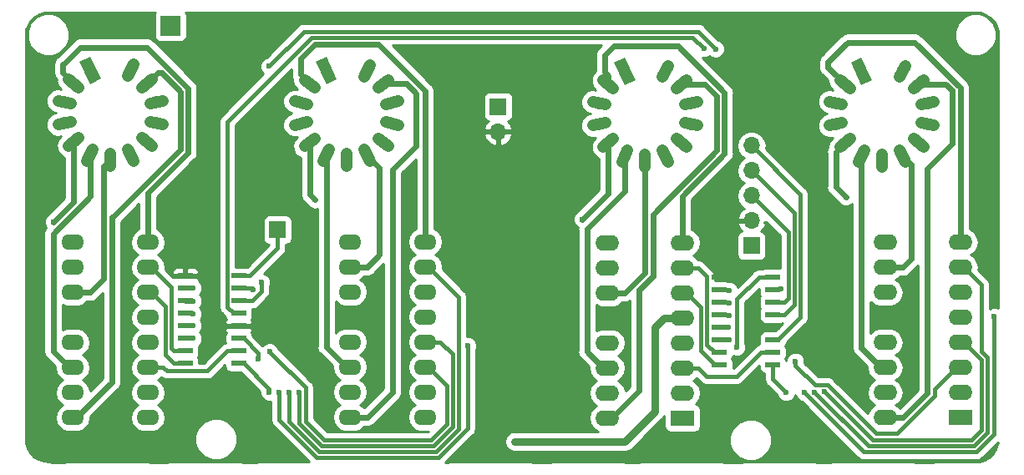
<source format=gbl>
G04 #@! TF.GenerationSoftware,KiCad,Pcbnew,5.0.0*
G04 #@! TF.CreationDate,2018-08-01T12:35:26+02:00*
G04 #@! TF.ProjectId,nixie_2_digit_board,6E697869655F325F64696769745F626F,rev?*
G04 #@! TF.SameCoordinates,Original*
G04 #@! TF.FileFunction,Copper,L2,Bot,Signal*
G04 #@! TF.FilePolarity,Positive*
%FSLAX46Y46*%
G04 Gerber Fmt 4.6, Leading zero omitted, Abs format (unit mm)*
G04 Created by KiCad (PCBNEW 5.0.0) date Wed Aug  1 12:35:26 2018*
%MOMM*%
%LPD*%
G01*
G04 APERTURE LIST*
G04 #@! TA.AperFunction,ViaPad*
%ADD10C,0.600000*%
G04 #@! TD*
G04 #@! TA.AperFunction,ComponentPad*
%ADD11O,2.300000X1.600000*%
G04 #@! TD*
G04 #@! TA.AperFunction,ComponentPad*
%ADD12C,1.200000*%
G04 #@! TD*
G04 #@! TA.AperFunction,Conductor*
%ADD13C,0.100000*%
G04 #@! TD*
G04 #@! TA.AperFunction,Conductor*
%ADD14C,1.200000*%
G04 #@! TD*
G04 #@! TA.AperFunction,ComponentPad*
%ADD15R,1.700000X1.700000*%
G04 #@! TD*
G04 #@! TA.AperFunction,ComponentPad*
%ADD16O,1.700000X1.700000*%
G04 #@! TD*
G04 #@! TA.AperFunction,SMDPad,CuDef*
%ADD17R,1.500000X0.500000*%
G04 #@! TD*
G04 #@! TA.AperFunction,ComponentPad*
%ADD18R,2.000000X2.000000*%
G04 #@! TD*
G04 #@! TA.AperFunction,ComponentPad*
%ADD19R,2.400000X1.600000*%
G04 #@! TD*
G04 #@! TA.AperFunction,ComponentPad*
%ADD20O,2.400000X1.600000*%
G04 #@! TD*
G04 #@! TA.AperFunction,Conductor*
%ADD21C,0.600000*%
G04 #@! TD*
G04 #@! TA.AperFunction,Conductor*
%ADD22C,0.400000*%
G04 #@! TD*
G04 #@! TA.AperFunction,Conductor*
%ADD23C,0.800000*%
G04 #@! TD*
G04 #@! TA.AperFunction,Conductor*
%ADD24C,0.254000*%
G04 #@! TD*
G04 APERTURE END LIST*
D10*
G04 #@! TO.N,GND*
G04 #@! TO.C,REF\002A\002A*
X190760000Y-70450000D03*
G04 #@! TD*
G04 #@! TO.N,GND*
G04 #@! TO.C,REF\002A\002A*
X190760000Y-69450000D03*
G04 #@! TD*
G04 #@! TO.N,GND*
G04 #@! TO.C,REF\002A\002A*
X190760000Y-68450000D03*
G04 #@! TD*
G04 #@! TO.N,GND*
G04 #@! TO.C,REF\002A\002A*
X140810000Y-92570000D03*
G04 #@! TD*
G04 #@! TO.N,GND*
G04 #@! TO.C,REF\002A\002A*
X140810000Y-91570000D03*
G04 #@! TD*
G04 #@! TO.N,GND*
G04 #@! TO.C,REF\002A\002A*
X140810000Y-90570000D03*
G04 #@! TD*
G04 #@! TO.N,GND*
G04 #@! TO.C,REF\002A\002A*
X124690000Y-86410000D03*
G04 #@! TD*
G04 #@! TO.N,GND*
G04 #@! TO.C,REF\002A\002A*
X152580000Y-84805000D03*
G04 #@! TD*
G04 #@! TO.N,GND*
G04 #@! TO.C,REF\002A\002A*
X152580000Y-83805000D03*
G04 #@! TD*
G04 #@! TO.N,GND*
G04 #@! TO.C,REF\002A\002A*
X152580000Y-82805000D03*
G04 #@! TD*
G04 #@! TO.N,GND*
G04 #@! TO.C,REF\002A\002A*
X187074262Y-98676359D03*
G04 #@! TD*
G04 #@! TO.N,GND*
G04 #@! TO.C,REF\002A\002A*
X187781369Y-97969253D03*
G04 #@! TD*
G04 #@! TO.N,GND*
G04 #@! TO.C,REF\002A\002A*
X161980000Y-92505000D03*
G04 #@! TD*
G04 #@! TO.N,GND*
G04 #@! TO.C,REF\002A\002A*
X161980000Y-91505000D03*
G04 #@! TD*
G04 #@! TO.N,GND*
G04 #@! TO.C,REF\002A\002A*
X162980000Y-91505000D03*
G04 #@! TD*
G04 #@! TO.N,GND*
G04 #@! TO.C,REF\002A\002A*
X162980000Y-92505000D03*
G04 #@! TD*
G04 #@! TO.N,GND*
G04 #@! TO.C,REF\002A\002A*
X163980000Y-92505000D03*
G04 #@! TD*
G04 #@! TO.N,GND*
G04 #@! TO.C,REF\002A\002A*
X163980000Y-91505000D03*
G04 #@! TD*
G04 #@! TO.N,GND*
G04 #@! TO.C,REF\002A\002A*
X163980000Y-90505000D03*
G04 #@! TD*
G04 #@! TO.N,GND*
G04 #@! TO.C,REF\002A\002A*
X162980000Y-90505000D03*
G04 #@! TD*
G04 #@! TO.N,GND*
G04 #@! TO.C,REF\002A\002A*
X161980000Y-90505000D03*
G04 #@! TD*
G04 #@! TO.N,GND*
G04 #@! TO.C,REF\002A\002A*
X130430000Y-67760000D03*
G04 #@! TD*
G04 #@! TO.N,GND*
G04 #@! TO.C,REF\002A\002A*
X131430000Y-67760000D03*
G04 #@! TD*
G04 #@! TO.N,GND*
G04 #@! TO.C,REF\002A\002A*
X132430000Y-67760000D03*
G04 #@! TD*
G04 #@! TO.N,GND*
G04 #@! TO.C,REF\002A\002A*
X132430000Y-68760000D03*
G04 #@! TD*
G04 #@! TO.N,GND*
G04 #@! TO.C,REF\002A\002A*
X132430000Y-69760000D03*
G04 #@! TD*
G04 #@! TO.N,GND*
G04 #@! TO.C,REF\002A\002A*
X131430000Y-69760000D03*
G04 #@! TD*
G04 #@! TO.N,GND*
G04 #@! TO.C,REF\002A\002A*
X130430000Y-69760000D03*
G04 #@! TD*
G04 #@! TO.N,GND*
G04 #@! TO.C,REF\002A\002A*
X131430000Y-68760000D03*
G04 #@! TD*
G04 #@! TO.N,GND*
G04 #@! TO.C,REF\002A\002A*
X130430000Y-68760000D03*
G04 #@! TD*
G04 #@! TO.N,GND*
G04 #@! TO.C,REF\002A\002A*
X194160000Y-90525000D03*
G04 #@! TD*
G04 #@! TO.N,GND*
G04 #@! TO.C,REF\002A\002A*
X195160000Y-90525000D03*
G04 #@! TD*
G04 #@! TO.N,GND*
G04 #@! TO.C,REF\002A\002A*
X195160000Y-91525000D03*
G04 #@! TD*
G04 #@! TO.N,GND*
G04 #@! TO.C,REF\002A\002A*
X194160000Y-91525000D03*
G04 #@! TD*
G04 #@! TO.N,GND*
G04 #@! TO.C,REF\002A\002A*
X194160000Y-89525000D03*
G04 #@! TD*
G04 #@! TO.N,GND*
G04 #@! TO.C,REF\002A\002A*
X195160000Y-89525000D03*
G04 #@! TD*
G04 #@! TO.N,GND*
G04 #@! TO.C,REF\002A\002A*
X191990000Y-106505000D03*
G04 #@! TD*
G04 #@! TO.N,GND*
G04 #@! TO.C,REF\002A\002A*
X192990000Y-106505000D03*
G04 #@! TD*
G04 #@! TO.N,GND*
G04 #@! TO.C,REF\002A\002A*
X191990000Y-107505000D03*
G04 #@! TD*
G04 #@! TO.N,GND*
G04 #@! TO.C,REF\002A\002A*
X193990000Y-106505000D03*
G04 #@! TD*
G04 #@! TO.N,GND*
G04 #@! TO.C,REF\002A\002A*
X193990000Y-107505000D03*
G04 #@! TD*
G04 #@! TO.N,GND*
G04 #@! TO.C,REF\002A\002A*
X193990000Y-108505000D03*
G04 #@! TD*
G04 #@! TO.N,GND*
G04 #@! TO.C,REF\002A\002A*
X191990000Y-108505000D03*
G04 #@! TD*
G04 #@! TO.N,GND*
G04 #@! TO.C,REF\002A\002A*
X192990000Y-107505000D03*
G04 #@! TD*
G04 #@! TO.N,GND*
G04 #@! TO.C,REF\002A\002A*
X192990000Y-108505000D03*
G04 #@! TD*
G04 #@! TO.N,GND*
G04 #@! TO.C,REF\002A\002A*
X183040000Y-86965000D03*
G04 #@! TD*
G04 #@! TO.N,GND*
G04 #@! TO.C,REF\002A\002A*
X184040000Y-86965000D03*
G04 #@! TD*
G04 #@! TO.N,GND*
G04 #@! TO.C,REF\002A\002A*
X183040000Y-84965000D03*
G04 #@! TD*
G04 #@! TO.N,GND*
G04 #@! TO.C,REF\002A\002A*
X184040000Y-85965000D03*
G04 #@! TD*
G04 #@! TO.N,GND*
G04 #@! TO.C,REF\002A\002A*
X183040000Y-85965000D03*
G04 #@! TD*
G04 #@! TO.N,GND*
G04 #@! TO.C,REF\002A\002A*
X184040000Y-84965000D03*
G04 #@! TD*
D11*
G04 #@! TO.P,U5,1*
G04 #@! TO.N,Net-(U4-Pad9)*
X154200000Y-105780000D03*
G04 #@! TO.P,U5,2*
G04 #@! TO.N,Net-(U4-Pad11)*
X154200000Y-103240000D03*
G04 #@! TO.P,U5,3*
G04 #@! TO.N,Net-(U3-Pad4)*
X154200000Y-100700000D03*
G04 #@! TO.P,U5,4*
G04 #@! TO.N,Net-(U3-Pad7)*
X154200000Y-98160000D03*
G04 #@! TO.P,U5,5*
G04 #@! TO.N,+5V*
X154200000Y-95620000D03*
G04 #@! TO.P,U5,6*
G04 #@! TO.N,Net-(U3-Pad5)*
X154200000Y-93080000D03*
G04 #@! TO.P,U5,7*
G04 #@! TO.N,Net-(U3-Pad6)*
X154200000Y-90540000D03*
G04 #@! TO.P,U5,8*
G04 #@! TO.N,Net-(U4-Pad2)*
X154200000Y-88000000D03*
G04 #@! TO.P,U5,9*
G04 #@! TO.N,Net-(U4-Pad3)*
X146580000Y-88000000D03*
G04 #@! TO.P,U5,10*
G04 #@! TO.N,Net-(U4-Pad8)*
X146580000Y-90540000D03*
G04 #@! TO.P,U5,11*
G04 #@! TO.N,Net-(U4-Pad7)*
X146580000Y-93080000D03*
G04 #@! TO.P,U5,12*
G04 #@! TO.N,GND*
X146580000Y-95620000D03*
G04 #@! TO.P,U5,13*
G04 #@! TO.N,Net-(U4-Pad5)*
X146580000Y-98160000D03*
G04 #@! TO.P,U5,14*
G04 #@! TO.N,Net-(U4-Pad6)*
X146580000Y-100700000D03*
G04 #@! TO.P,U5,15*
G04 #@! TO.N,Net-(U4-Pad1)*
X146580000Y-103240000D03*
G04 #@! TO.P,U5,16*
G04 #@! TO.N,Net-(U4-Pad12)*
X146580000Y-105780000D03*
G04 #@! TD*
D12*
G04 #@! TO.P,U4,1*
G04 #@! TO.N,Net-(U4-Pad1)*
X144182565Y-70646537D03*
D13*
G04 #@! TD*
G04 #@! TO.N,Net-(U4-Pad1)*
G04 #@! TO.C,U4*
G36*
X145265497Y-71512423D02*
X144184331Y-72033078D01*
X143099633Y-69780651D01*
X144180799Y-69259996D01*
X145265497Y-71512423D01*
X145265497Y-71512423D01*
G37*
D12*
G04 #@! TO.P,U4,2*
G04 #@! TO.N,Net-(U4-Pad2)*
X142524588Y-71968716D03*
D14*
G04 #@! TD*
G04 #@! TO.N,Net-(U4-Pad2)*
G04 #@! TO.C,U4*
X143032776Y-72373987D02*
X142016400Y-71563445D01*
D12*
G04 #@! TO.P,U4,3*
G04 #@! TO.N,Net-(U4-Pad3)*
X141604474Y-73879328D03*
D14*
G04 #@! TD*
G04 #@! TO.N,Net-(U4-Pad3)*
G04 #@! TO.C,U4*
X142238176Y-74023970D02*
X140970772Y-73734686D01*
D12*
G04 #@! TO.P,U4,4*
G04 #@! TO.N,Net-(U4-Pad4)*
X141604463Y-75999954D03*
D14*
G04 #@! TD*
G04 #@! TO.N,Net-(U4-Pad4)*
G04 #@! TO.C,U4*
X142238167Y-75855319D02*
X140970759Y-76144589D01*
D12*
G04 #@! TO.P,U4,5*
G04 #@! TO.N,Net-(U4-Pad5)*
X142524558Y-77910574D03*
D14*
G04 #@! TD*
G04 #@! TO.N,Net-(U4-Pad5)*
G04 #@! TO.C,U4*
X143032750Y-77505308D02*
X142016366Y-78315840D01*
D12*
G04 #@! TO.P,U4,6*
G04 #@! TO.N,Net-(U4-Pad6)*
X144182523Y-79232770D03*
D14*
G04 #@! TD*
G04 #@! TO.N,Net-(U4-Pad6)*
G04 #@! TO.C,U4*
X144464550Y-78647142D02*
X143900496Y-79818398D01*
D12*
G04 #@! TO.P,U4,7*
G04 #@! TO.N,Net-(U4-Pad7)*
X146249976Y-79704664D03*
D14*
G04 #@! TD*
G04 #@! TO.N,Net-(U4-Pad7)*
G04 #@! TO.C,U4*
X146249979Y-79054664D02*
X146249973Y-80354664D01*
D12*
G04 #@! TO.P,U4,8*
G04 #@! TO.N,Net-(U4-Pad8)*
X148317435Y-79232791D03*
D14*
G04 #@! TD*
G04 #@! TO.N,Net-(U4-Pad8)*
G04 #@! TO.C,U4*
X148035413Y-78647160D02*
X148599457Y-79818422D01*
D12*
G04 #@! TO.P,U4,9*
G04 #@! TO.N,Net-(U4-Pad9)*
X149975412Y-77910612D03*
D14*
G04 #@! TD*
G04 #@! TO.N,Net-(U4-Pad9)*
G04 #@! TO.C,U4*
X149467224Y-77505341D02*
X150483600Y-78315883D01*
D12*
G04 #@! TO.P,U4,10*
G04 #@! TO.N,Net-(U4-Pad10)*
X150895526Y-76000000D03*
D14*
G04 #@! TD*
G04 #@! TO.N,Net-(U4-Pad10)*
G04 #@! TO.C,U4*
X150261824Y-75855358D02*
X151529228Y-76144642D01*
D12*
G04 #@! TO.P,U4,11*
G04 #@! TO.N,Net-(U4-Pad11)*
X150895537Y-73879374D03*
D14*
G04 #@! TD*
G04 #@! TO.N,Net-(U4-Pad11)*
G04 #@! TO.C,U4*
X150261833Y-74024009D02*
X151529241Y-73734739D01*
D12*
G04 #@! TO.P,U4,12*
G04 #@! TO.N,Net-(U4-Pad12)*
X149975442Y-71968754D03*
D14*
G04 #@! TD*
G04 #@! TO.N,Net-(U4-Pad12)*
G04 #@! TO.C,U4*
X149467250Y-72374020D02*
X150483634Y-71563488D01*
D12*
G04 #@! TO.P,U4,13*
G04 #@! TO.N,Net-(R2-Pad2)*
X148317477Y-70646558D03*
D14*
G04 #@! TD*
G04 #@! TO.N,Net-(R2-Pad2)*
G04 #@! TO.C,U4*
X148035450Y-71232186D02*
X148599504Y-70060930D01*
D15*
G04 #@! TO.P,J2,1*
G04 #@! TO.N,Net-(J2-Pad1)*
X161610000Y-74270000D03*
D16*
G04 #@! TO.P,J2,2*
G04 #@! TO.N,GND*
X161610000Y-76810000D03*
G04 #@! TD*
D10*
G04 #@! TO.N,GND*
G04 #@! TO.C,REF\002A\002A*
X134605000Y-103920000D03*
G04 #@! TD*
G04 #@! TO.N,GND*
G04 #@! TO.C,REF\002A\002A*
X133605000Y-103920000D03*
G04 #@! TD*
G04 #@! TO.N,GND*
G04 #@! TO.C,REF\002A\002A*
X133605000Y-102920000D03*
G04 #@! TD*
G04 #@! TO.N,GND*
G04 #@! TO.C,REF\002A\002A*
X134605000Y-102920000D03*
G04 #@! TD*
G04 #@! TO.N,GND*
G04 #@! TO.C,REF\002A\002A*
X135605000Y-103920000D03*
G04 #@! TD*
G04 #@! TO.N,GND*
G04 #@! TO.C,REF\002A\002A*
X135605000Y-102920000D03*
G04 #@! TD*
G04 #@! TO.N,GND*
G04 #@! TO.C,REF\002A\002A*
X135605000Y-101920000D03*
G04 #@! TD*
G04 #@! TO.N,GND*
G04 #@! TO.C,REF\002A\002A*
X134605000Y-101920000D03*
G04 #@! TD*
G04 #@! TO.N,GND*
G04 #@! TO.C,REF\002A\002A*
X133605000Y-101920000D03*
G04 #@! TD*
G04 #@! TO.N,GND*
G04 #@! TO.C,REF\002A\002A*
X131680000Y-86800000D03*
G04 #@! TD*
G04 #@! TO.N,GND*
G04 #@! TO.C,REF\002A\002A*
X130680000Y-86800000D03*
G04 #@! TD*
G04 #@! TO.N,GND*
G04 #@! TO.C,REF\002A\002A*
X129680000Y-86800000D03*
G04 #@! TD*
G04 #@! TO.N,GND*
G04 #@! TO.C,REF\002A\002A*
X131680000Y-85800000D03*
G04 #@! TD*
G04 #@! TO.N,GND*
G04 #@! TO.C,REF\002A\002A*
X130680000Y-85800000D03*
G04 #@! TD*
G04 #@! TO.N,GND*
G04 #@! TO.C,REF\002A\002A*
X129680000Y-85800000D03*
G04 #@! TD*
G04 #@! TO.N,GND*
G04 #@! TO.C,REF\002A\002A*
X131680000Y-84800000D03*
G04 #@! TD*
G04 #@! TO.N,GND*
G04 #@! TO.C,REF\002A\002A*
X130680000Y-84800000D03*
G04 #@! TD*
D17*
G04 #@! TO.P,U3,1*
G04 #@! TO.N,Net-(U2-Pad6)*
X129900000Y-100340000D03*
G04 #@! TO.P,U3,2*
G04 #@! TO.N,Net-(U2-Pad7)*
X129900000Y-99070000D03*
G04 #@! TO.P,U3,3*
G04 #@! TO.N,Net-(U2-Pad4)*
X129900000Y-97800000D03*
G04 #@! TO.P,U3,4*
G04 #@! TO.N,Net-(U3-Pad4)*
X129900000Y-96530000D03*
G04 #@! TO.P,U3,5*
G04 #@! TO.N,Net-(U3-Pad5)*
X129900000Y-95260000D03*
G04 #@! TO.P,U3,6*
G04 #@! TO.N,Net-(U3-Pad6)*
X129900000Y-93990000D03*
G04 #@! TO.P,U3,7*
G04 #@! TO.N,Net-(U3-Pad7)*
X129900000Y-92720000D03*
G04 #@! TO.P,U3,8*
G04 #@! TO.N,GND*
X129900000Y-91450000D03*
G04 #@! TO.P,U3,9*
G04 #@! TO.N,Net-(P1-Pad1)*
X135300000Y-91450000D03*
G04 #@! TO.P,U3,10*
G04 #@! TO.N,+5V*
X135300000Y-92720000D03*
G04 #@! TO.P,U3,11*
G04 #@! TO.N,SHIFT_SERIAL_CLOCK*
X135300000Y-93990000D03*
G04 #@! TO.P,U3,12*
G04 #@! TO.N,SHIFT_LATCH_CLOCK*
X135300000Y-95260000D03*
G04 #@! TO.P,U3,13*
G04 #@! TO.N,GND*
X135300000Y-96530000D03*
G04 #@! TO.P,U3,14*
G04 #@! TO.N,SHIFT_OUT*
X135300000Y-97800000D03*
G04 #@! TO.P,U3,15*
G04 #@! TO.N,Net-(U2-Pad3)*
X135300000Y-99070000D03*
G04 #@! TO.P,U3,16*
G04 #@! TO.N,+5V*
X135300000Y-100340000D03*
G04 #@! TD*
D12*
G04 #@! TO.P,U1,1*
G04 #@! TO.N,Net-(U1-Pad1)*
X120232565Y-70606873D03*
D13*
G04 #@! TD*
G04 #@! TO.N,Net-(U1-Pad1)*
G04 #@! TO.C,U1*
G36*
X121315497Y-71472759D02*
X120234331Y-71993414D01*
X119149633Y-69740987D01*
X120230799Y-69220332D01*
X121315497Y-71472759D01*
X121315497Y-71472759D01*
G37*
D12*
G04 #@! TO.P,U1,2*
G04 #@! TO.N,Net-(U1-Pad2)*
X118574588Y-71929052D03*
D14*
G04 #@! TD*
G04 #@! TO.N,Net-(U1-Pad2)*
G04 #@! TO.C,U1*
X119082776Y-72334323D02*
X118066400Y-71523781D01*
D12*
G04 #@! TO.P,U1,3*
G04 #@! TO.N,Net-(U1-Pad3)*
X117654474Y-73839664D03*
D14*
G04 #@! TD*
G04 #@! TO.N,Net-(U1-Pad3)*
G04 #@! TO.C,U1*
X118288176Y-73984306D02*
X117020772Y-73695022D01*
D12*
G04 #@! TO.P,U1,4*
G04 #@! TO.N,Net-(U1-Pad4)*
X117654463Y-75960290D03*
D14*
G04 #@! TD*
G04 #@! TO.N,Net-(U1-Pad4)*
G04 #@! TO.C,U1*
X118288167Y-75815655D02*
X117020759Y-76104925D01*
D12*
G04 #@! TO.P,U1,5*
G04 #@! TO.N,Net-(U1-Pad5)*
X118574558Y-77870910D03*
D14*
G04 #@! TD*
G04 #@! TO.N,Net-(U1-Pad5)*
G04 #@! TO.C,U1*
X119082750Y-77465644D02*
X118066366Y-78276176D01*
D12*
G04 #@! TO.P,U1,6*
G04 #@! TO.N,Net-(U1-Pad6)*
X120232523Y-79193106D03*
D14*
G04 #@! TD*
G04 #@! TO.N,Net-(U1-Pad6)*
G04 #@! TO.C,U1*
X120514550Y-78607478D02*
X119950496Y-79778734D01*
D12*
G04 #@! TO.P,U1,7*
G04 #@! TO.N,Net-(U1-Pad7)*
X122299976Y-79665000D03*
D14*
G04 #@! TD*
G04 #@! TO.N,Net-(U1-Pad7)*
G04 #@! TO.C,U1*
X122299979Y-79015000D02*
X122299973Y-80315000D01*
D12*
G04 #@! TO.P,U1,8*
G04 #@! TO.N,Net-(U1-Pad8)*
X124367435Y-79193127D03*
D14*
G04 #@! TD*
G04 #@! TO.N,Net-(U1-Pad8)*
G04 #@! TO.C,U1*
X124085413Y-78607496D02*
X124649457Y-79778758D01*
D12*
G04 #@! TO.P,U1,9*
G04 #@! TO.N,Net-(U1-Pad9)*
X126025412Y-77870948D03*
D14*
G04 #@! TD*
G04 #@! TO.N,Net-(U1-Pad9)*
G04 #@! TO.C,U1*
X125517224Y-77465677D02*
X126533600Y-78276219D01*
D12*
G04 #@! TO.P,U1,10*
G04 #@! TO.N,Net-(U1-Pad10)*
X126945526Y-75960336D03*
D14*
G04 #@! TD*
G04 #@! TO.N,Net-(U1-Pad10)*
G04 #@! TO.C,U1*
X126311824Y-75815694D02*
X127579228Y-76104978D01*
D12*
G04 #@! TO.P,U1,11*
G04 #@! TO.N,Net-(U1-Pad11)*
X126945537Y-73839710D03*
D14*
G04 #@! TD*
G04 #@! TO.N,Net-(U1-Pad11)*
G04 #@! TO.C,U1*
X126311833Y-73984345D02*
X127579241Y-73695075D01*
D12*
G04 #@! TO.P,U1,12*
G04 #@! TO.N,Net-(U1-Pad12)*
X126025442Y-71929090D03*
D14*
G04 #@! TD*
G04 #@! TO.N,Net-(U1-Pad12)*
G04 #@! TO.C,U1*
X125517250Y-72334356D02*
X126533634Y-71523824D01*
D12*
G04 #@! TO.P,U1,13*
G04 #@! TO.N,Net-(R1-Pad2)*
X124367477Y-70606894D03*
D14*
G04 #@! TD*
G04 #@! TO.N,Net-(R1-Pad2)*
G04 #@! TO.C,U1*
X124085450Y-71192522D02*
X124649504Y-70021266D01*
D11*
G04 #@! TO.P,U2,1*
G04 #@! TO.N,Net-(U1-Pad9)*
X126100000Y-105820000D03*
G04 #@! TO.P,U2,2*
G04 #@! TO.N,Net-(U1-Pad11)*
X126100000Y-103280000D03*
G04 #@! TO.P,U2,3*
G04 #@! TO.N,Net-(U2-Pad3)*
X126100000Y-100740000D03*
G04 #@! TO.P,U2,4*
G04 #@! TO.N,Net-(U2-Pad4)*
X126100000Y-98200000D03*
G04 #@! TO.P,U2,5*
G04 #@! TO.N,+5V*
X126100000Y-95660000D03*
G04 #@! TO.P,U2,6*
G04 #@! TO.N,Net-(U2-Pad6)*
X126100000Y-93120000D03*
G04 #@! TO.P,U2,7*
G04 #@! TO.N,Net-(U2-Pad7)*
X126100000Y-90580000D03*
G04 #@! TO.P,U2,8*
G04 #@! TO.N,Net-(U1-Pad2)*
X126100000Y-88040000D03*
G04 #@! TO.P,U2,9*
G04 #@! TO.N,Net-(U1-Pad3)*
X118480000Y-88040000D03*
G04 #@! TO.P,U2,10*
G04 #@! TO.N,Net-(U1-Pad8)*
X118480000Y-90580000D03*
G04 #@! TO.P,U2,11*
G04 #@! TO.N,Net-(U1-Pad7)*
X118480000Y-93120000D03*
G04 #@! TO.P,U2,12*
G04 #@! TO.N,GND*
X118480000Y-95660000D03*
G04 #@! TO.P,U2,13*
G04 #@! TO.N,Net-(U1-Pad5)*
X118480000Y-98200000D03*
G04 #@! TO.P,U2,14*
G04 #@! TO.N,Net-(U1-Pad6)*
X118480000Y-100740000D03*
G04 #@! TO.P,U2,15*
G04 #@! TO.N,Net-(U1-Pad1)*
X118480000Y-103280000D03*
G04 #@! TO.P,U2,16*
G04 #@! TO.N,Net-(U1-Pad12)*
X118480000Y-105820000D03*
G04 #@! TD*
D18*
G04 #@! TO.P,P3,1*
G04 #@! TO.N,180V*
X128400000Y-66100000D03*
G04 #@! TD*
D10*
G04 #@! TO.N,GND*
G04 #@! TO.C,REF\002A\002A*
X129680000Y-84800000D03*
G04 #@! TD*
D12*
G04 #@! TO.P,U7,1*
G04 #@! TO.N,Net-(U7-Pad1)*
X174432565Y-70706873D03*
D13*
G04 #@! TD*
G04 #@! TO.N,Net-(U7-Pad1)*
G04 #@! TO.C,U7*
G36*
X175515497Y-71572759D02*
X174434331Y-72093414D01*
X173349633Y-69840987D01*
X174430799Y-69320332D01*
X175515497Y-71572759D01*
X175515497Y-71572759D01*
G37*
D12*
G04 #@! TO.P,U7,2*
G04 #@! TO.N,Net-(U7-Pad2)*
X172774588Y-72029052D03*
D14*
G04 #@! TD*
G04 #@! TO.N,Net-(U7-Pad2)*
G04 #@! TO.C,U7*
X173282776Y-72434323D02*
X172266400Y-71623781D01*
D12*
G04 #@! TO.P,U7,3*
G04 #@! TO.N,Net-(U7-Pad3)*
X171854474Y-73939664D03*
D14*
G04 #@! TD*
G04 #@! TO.N,Net-(U7-Pad3)*
G04 #@! TO.C,U7*
X172488176Y-74084306D02*
X171220772Y-73795022D01*
D12*
G04 #@! TO.P,U7,4*
G04 #@! TO.N,Net-(U7-Pad4)*
X171854463Y-76060290D03*
D14*
G04 #@! TD*
G04 #@! TO.N,Net-(U7-Pad4)*
G04 #@! TO.C,U7*
X172488167Y-75915655D02*
X171220759Y-76204925D01*
D12*
G04 #@! TO.P,U7,5*
G04 #@! TO.N,Net-(U7-Pad5)*
X172774558Y-77970910D03*
D14*
G04 #@! TD*
G04 #@! TO.N,Net-(U7-Pad5)*
G04 #@! TO.C,U7*
X173282750Y-77565644D02*
X172266366Y-78376176D01*
D12*
G04 #@! TO.P,U7,6*
G04 #@! TO.N,Net-(U7-Pad6)*
X174432523Y-79293106D03*
D14*
G04 #@! TD*
G04 #@! TO.N,Net-(U7-Pad6)*
G04 #@! TO.C,U7*
X174714550Y-78707478D02*
X174150496Y-79878734D01*
D12*
G04 #@! TO.P,U7,7*
G04 #@! TO.N,Net-(U7-Pad7)*
X176499976Y-79765000D03*
D14*
G04 #@! TD*
G04 #@! TO.N,Net-(U7-Pad7)*
G04 #@! TO.C,U7*
X176499979Y-79115000D02*
X176499973Y-80415000D01*
D12*
G04 #@! TO.P,U7,8*
G04 #@! TO.N,Net-(U7-Pad8)*
X178567435Y-79293127D03*
D14*
G04 #@! TD*
G04 #@! TO.N,Net-(U7-Pad8)*
G04 #@! TO.C,U7*
X178285413Y-78707496D02*
X178849457Y-79878758D01*
D12*
G04 #@! TO.P,U7,9*
G04 #@! TO.N,Net-(U7-Pad9)*
X180225412Y-77970948D03*
D14*
G04 #@! TD*
G04 #@! TO.N,Net-(U7-Pad9)*
G04 #@! TO.C,U7*
X179717224Y-77565677D02*
X180733600Y-78376219D01*
D12*
G04 #@! TO.P,U7,10*
G04 #@! TO.N,Net-(U7-Pad10)*
X181145526Y-76060336D03*
D14*
G04 #@! TD*
G04 #@! TO.N,Net-(U7-Pad10)*
G04 #@! TO.C,U7*
X180511824Y-75915694D02*
X181779228Y-76204978D01*
D12*
G04 #@! TO.P,U7,11*
G04 #@! TO.N,Net-(U7-Pad11)*
X181145537Y-73939710D03*
D14*
G04 #@! TD*
G04 #@! TO.N,Net-(U7-Pad11)*
G04 #@! TO.C,U7*
X180511833Y-74084345D02*
X181779241Y-73795075D01*
D12*
G04 #@! TO.P,U7,12*
G04 #@! TO.N,Net-(U7-Pad12)*
X180225442Y-72029090D03*
D14*
G04 #@! TD*
G04 #@! TO.N,Net-(U7-Pad12)*
G04 #@! TO.C,U7*
X179717250Y-72434356D02*
X180733634Y-71623824D01*
D12*
G04 #@! TO.P,U7,13*
G04 #@! TO.N,Net-(R3-Pad2)*
X178567477Y-70706894D03*
D14*
G04 #@! TD*
G04 #@! TO.N,Net-(R3-Pad2)*
G04 #@! TO.C,U7*
X178285450Y-71292522D02*
X178849504Y-70121266D01*
D19*
G04 #@! TO.P,U8,1*
G04 #@! TO.N,Net-(U7-Pad9)*
X180300000Y-105880000D03*
D20*
G04 #@! TO.P,U8,9*
G04 #@! TO.N,Net-(U7-Pad3)*
X172680000Y-88100000D03*
G04 #@! TO.P,U8,2*
G04 #@! TO.N,Net-(U7-Pad11)*
X180300000Y-103340000D03*
G04 #@! TO.P,U8,10*
G04 #@! TO.N,Net-(U7-Pad8)*
X172680000Y-90640000D03*
G04 #@! TO.P,U8,3*
G04 #@! TO.N,Net-(U8-Pad3)*
X180300000Y-100800000D03*
G04 #@! TO.P,U8,11*
G04 #@! TO.N,Net-(U7-Pad7)*
X172680000Y-93180000D03*
G04 #@! TO.P,U8,4*
G04 #@! TO.N,Net-(U8-Pad4)*
X180300000Y-98260000D03*
G04 #@! TO.P,U8,12*
G04 #@! TO.N,GND*
X172680000Y-95720000D03*
G04 #@! TO.P,U8,5*
G04 #@! TO.N,+5V*
X180300000Y-95720000D03*
G04 #@! TO.P,U8,13*
G04 #@! TO.N,Net-(U7-Pad5)*
X172680000Y-98260000D03*
G04 #@! TO.P,U8,6*
G04 #@! TO.N,Net-(U8-Pad6)*
X180300000Y-93180000D03*
G04 #@! TO.P,U8,14*
G04 #@! TO.N,Net-(U7-Pad6)*
X172680000Y-100800000D03*
G04 #@! TO.P,U8,7*
G04 #@! TO.N,Net-(U8-Pad7)*
X180300000Y-90640000D03*
G04 #@! TO.P,U8,15*
G04 #@! TO.N,Net-(U7-Pad1)*
X172680000Y-103340000D03*
G04 #@! TO.P,U8,8*
G04 #@! TO.N,Net-(U7-Pad2)*
X180300000Y-88100000D03*
G04 #@! TO.P,U8,16*
G04 #@! TO.N,Net-(U7-Pad12)*
X172680000Y-105880000D03*
G04 #@! TD*
D12*
G04 #@! TO.P,U10,1*
G04 #@! TO.N,Net-(U10-Pad1)*
X198432565Y-70706873D03*
D13*
G04 #@! TD*
G04 #@! TO.N,Net-(U10-Pad1)*
G04 #@! TO.C,U10*
G36*
X199515497Y-71572759D02*
X198434331Y-72093414D01*
X197349633Y-69840987D01*
X198430799Y-69320332D01*
X199515497Y-71572759D01*
X199515497Y-71572759D01*
G37*
D12*
G04 #@! TO.P,U10,2*
G04 #@! TO.N,Net-(U10-Pad2)*
X196774588Y-72029052D03*
D14*
G04 #@! TD*
G04 #@! TO.N,Net-(U10-Pad2)*
G04 #@! TO.C,U10*
X197282776Y-72434323D02*
X196266400Y-71623781D01*
D12*
G04 #@! TO.P,U10,3*
G04 #@! TO.N,Net-(U10-Pad3)*
X195854474Y-73939664D03*
D14*
G04 #@! TD*
G04 #@! TO.N,Net-(U10-Pad3)*
G04 #@! TO.C,U10*
X196488176Y-74084306D02*
X195220772Y-73795022D01*
D12*
G04 #@! TO.P,U10,4*
G04 #@! TO.N,Net-(U10-Pad4)*
X195854463Y-76060290D03*
D14*
G04 #@! TD*
G04 #@! TO.N,Net-(U10-Pad4)*
G04 #@! TO.C,U10*
X196488167Y-75915655D02*
X195220759Y-76204925D01*
D12*
G04 #@! TO.P,U10,5*
G04 #@! TO.N,Net-(U10-Pad5)*
X196774558Y-77970910D03*
D14*
G04 #@! TD*
G04 #@! TO.N,Net-(U10-Pad5)*
G04 #@! TO.C,U10*
X197282750Y-77565644D02*
X196266366Y-78376176D01*
D12*
G04 #@! TO.P,U10,6*
G04 #@! TO.N,Net-(U10-Pad6)*
X198432523Y-79293106D03*
D14*
G04 #@! TD*
G04 #@! TO.N,Net-(U10-Pad6)*
G04 #@! TO.C,U10*
X198714550Y-78707478D02*
X198150496Y-79878734D01*
D12*
G04 #@! TO.P,U10,7*
G04 #@! TO.N,Net-(U10-Pad7)*
X200499976Y-79765000D03*
D14*
G04 #@! TD*
G04 #@! TO.N,Net-(U10-Pad7)*
G04 #@! TO.C,U10*
X200499979Y-79115000D02*
X200499973Y-80415000D01*
D12*
G04 #@! TO.P,U10,8*
G04 #@! TO.N,Net-(U10-Pad8)*
X202567435Y-79293127D03*
D14*
G04 #@! TD*
G04 #@! TO.N,Net-(U10-Pad8)*
G04 #@! TO.C,U10*
X202285413Y-78707496D02*
X202849457Y-79878758D01*
D12*
G04 #@! TO.P,U10,9*
G04 #@! TO.N,Net-(U10-Pad9)*
X204225412Y-77970948D03*
D14*
G04 #@! TD*
G04 #@! TO.N,Net-(U10-Pad9)*
G04 #@! TO.C,U10*
X203717224Y-77565677D02*
X204733600Y-78376219D01*
D12*
G04 #@! TO.P,U10,10*
G04 #@! TO.N,Net-(U10-Pad10)*
X205145526Y-76060336D03*
D14*
G04 #@! TD*
G04 #@! TO.N,Net-(U10-Pad10)*
G04 #@! TO.C,U10*
X204511824Y-75915694D02*
X205779228Y-76204978D01*
D12*
G04 #@! TO.P,U10,11*
G04 #@! TO.N,Net-(U10-Pad11)*
X205145537Y-73939710D03*
D14*
G04 #@! TD*
G04 #@! TO.N,Net-(U10-Pad11)*
G04 #@! TO.C,U10*
X204511833Y-74084345D02*
X205779241Y-73795075D01*
D12*
G04 #@! TO.P,U10,12*
G04 #@! TO.N,Net-(U10-Pad12)*
X204225442Y-72029090D03*
D14*
G04 #@! TD*
G04 #@! TO.N,Net-(U10-Pad12)*
G04 #@! TO.C,U10*
X203717250Y-72434356D02*
X204733634Y-71623824D01*
D12*
G04 #@! TO.P,U10,13*
G04 #@! TO.N,Net-(R4-Pad2)*
X202567477Y-70706894D03*
D14*
G04 #@! TD*
G04 #@! TO.N,Net-(R4-Pad2)*
G04 #@! TO.C,U10*
X202285450Y-71292522D02*
X202849504Y-70121266D01*
D19*
G04 #@! TO.P,U11,1*
G04 #@! TO.N,Net-(U10-Pad9)*
X208450000Y-105830000D03*
D20*
G04 #@! TO.P,U11,9*
G04 #@! TO.N,Net-(U10-Pad3)*
X200830000Y-88050000D03*
G04 #@! TO.P,U11,2*
G04 #@! TO.N,Net-(U10-Pad11)*
X208450000Y-103290000D03*
G04 #@! TO.P,U11,10*
G04 #@! TO.N,Net-(U10-Pad8)*
X200830000Y-90590000D03*
G04 #@! TO.P,U11,3*
G04 #@! TO.N,Net-(U11-Pad3)*
X208450000Y-100750000D03*
G04 #@! TO.P,U11,11*
G04 #@! TO.N,Net-(U10-Pad7)*
X200830000Y-93130000D03*
G04 #@! TO.P,U11,4*
G04 #@! TO.N,Net-(U11-Pad4)*
X208450000Y-98210000D03*
G04 #@! TO.P,U11,12*
G04 #@! TO.N,GND*
X200830000Y-95670000D03*
G04 #@! TO.P,U11,5*
G04 #@! TO.N,+5V*
X208450000Y-95670000D03*
G04 #@! TO.P,U11,13*
G04 #@! TO.N,Net-(U10-Pad5)*
X200830000Y-98210000D03*
G04 #@! TO.P,U11,6*
G04 #@! TO.N,Net-(U11-Pad6)*
X208450000Y-93130000D03*
G04 #@! TO.P,U11,14*
G04 #@! TO.N,Net-(U10-Pad6)*
X200830000Y-100750000D03*
G04 #@! TO.P,U11,7*
G04 #@! TO.N,Net-(U11-Pad7)*
X208450000Y-90590000D03*
G04 #@! TO.P,U11,15*
G04 #@! TO.N,Net-(U10-Pad1)*
X200830000Y-103290000D03*
G04 #@! TO.P,U11,8*
G04 #@! TO.N,Net-(U10-Pad2)*
X208450000Y-88050000D03*
G04 #@! TO.P,U11,16*
G04 #@! TO.N,Net-(U10-Pad12)*
X200830000Y-105830000D03*
G04 #@! TD*
D15*
G04 #@! TO.P,P1,1*
G04 #@! TO.N,Net-(P1-Pad1)*
X139240000Y-86770000D03*
G04 #@! TD*
D17*
G04 #@! TO.P,U9,1*
G04 #@! TO.N,Net-(U8-Pad6)*
X184050000Y-100470000D03*
G04 #@! TO.P,U9,2*
G04 #@! TO.N,Net-(U8-Pad7)*
X184050000Y-99200000D03*
G04 #@! TO.P,U9,3*
G04 #@! TO.N,Net-(U8-Pad4)*
X184050000Y-97930000D03*
G04 #@! TO.P,U9,4*
G04 #@! TO.N,Net-(U11-Pad3)*
X184050000Y-96660000D03*
G04 #@! TO.P,U9,5*
G04 #@! TO.N,Net-(U11-Pad6)*
X184050000Y-95390000D03*
G04 #@! TO.P,U9,6*
G04 #@! TO.N,Net-(U11-Pad7)*
X184050000Y-94120000D03*
G04 #@! TO.P,U9,7*
G04 #@! TO.N,Net-(U11-Pad4)*
X184050000Y-92850000D03*
G04 #@! TO.P,U9,8*
G04 #@! TO.N,GND*
X184050000Y-91580000D03*
G04 #@! TO.P,U9,9*
G04 #@! TO.N,SHIFT_OUT*
X189450000Y-91580000D03*
G04 #@! TO.P,U9,10*
G04 #@! TO.N,+5V*
X189450000Y-92850000D03*
G04 #@! TO.P,U9,11*
G04 #@! TO.N,SHIFT_SERIAL_CLOCK*
X189450000Y-94120000D03*
G04 #@! TO.P,U9,12*
G04 #@! TO.N,SHIFT_LATCH_CLOCK*
X189450000Y-95390000D03*
G04 #@! TO.P,U9,13*
G04 #@! TO.N,GND*
X189450000Y-96660000D03*
G04 #@! TO.P,U9,14*
G04 #@! TO.N,SHIFT_SER_DATA*
X189450000Y-97930000D03*
G04 #@! TO.P,U9,15*
G04 #@! TO.N,Net-(U8-Pad3)*
X189450000Y-99200000D03*
G04 #@! TO.P,U9,16*
G04 #@! TO.N,+5V*
X189450000Y-100470000D03*
G04 #@! TD*
D15*
G04 #@! TO.P,J1,1*
G04 #@! TO.N,+5V*
X187280000Y-88400000D03*
D16*
G04 #@! TO.P,J1,2*
G04 #@! TO.N,GND*
X187280000Y-85860000D03*
G04 #@! TO.P,J1,3*
G04 #@! TO.N,SHIFT_SERIAL_CLOCK*
X187280000Y-83320000D03*
G04 #@! TO.P,J1,4*
G04 #@! TO.N,SHIFT_LATCH_CLOCK*
X187280000Y-80780000D03*
G04 #@! TO.P,J1,5*
G04 #@! TO.N,SHIFT_SER_DATA*
X187280000Y-78240000D03*
G04 #@! TD*
D10*
G04 #@! TO.N,Net-(U1-Pad5)*
X116554314Y-85954314D03*
G04 #@! TO.N,Net-(U2-Pad4)*
X130700000Y-97800000D03*
G04 #@! TO.N,+5V*
X163300000Y-108250000D03*
X190800000Y-103300000D03*
X190300000Y-92800000D03*
X138370000Y-103240000D03*
X136780000Y-92850000D03*
G04 #@! TO.N,Net-(U3-Pad4)*
X138470000Y-99140000D03*
X130700000Y-96500000D03*
G04 #@! TO.N,Net-(U3-Pad5)*
X158500000Y-98500000D03*
X139390000Y-103280000D03*
X130700000Y-95300000D03*
G04 #@! TO.N,Net-(U3-Pad6)*
X140390000Y-103280000D03*
X130700000Y-94000000D03*
G04 #@! TO.N,Net-(U3-Pad7)*
X141380000Y-103280000D03*
X130700000Y-92700000D03*
G04 #@! TO.N,Net-(U4-Pad5)*
X143050000Y-83750000D03*
G04 #@! TO.N,SHIFT_SERIAL_CLOCK*
X138370000Y-70190000D03*
X137630000Y-92120000D03*
X183650000Y-68440000D03*
G04 #@! TO.N,SHIFT_LATCH_CLOCK*
X182450000Y-68410000D03*
G04 #@! TO.N,SHIFT_OUT*
X185820000Y-98680000D03*
X137290000Y-99890000D03*
G04 #@! TO.N,Net-(U7-Pad5)*
X170150000Y-85700000D03*
G04 #@! TO.N,Net-(U8-Pad4)*
X185000000Y-97900000D03*
G04 #@! TO.N,Net-(U10-Pad5)*
X196850000Y-83450000D03*
G04 #@! TO.N,Net-(U11-Pad3)*
X191750000Y-100100000D03*
X184950000Y-96700000D03*
G04 #@! TO.N,Net-(U11-Pad4)*
X194650000Y-103200000D03*
X185000000Y-92900000D03*
G04 #@! TO.N,Net-(U11-Pad6)*
X211900010Y-95600000D03*
X192650000Y-103300000D03*
X185050000Y-95450000D03*
G04 #@! TO.N,Net-(U11-Pad7)*
X193700000Y-103250000D03*
X185000000Y-94200000D03*
G04 #@! TD*
D21*
G04 #@! TO.N,Net-(U1-Pad2)*
X117500000Y-70000000D02*
X117500000Y-70854464D01*
X126021384Y-68260000D02*
X119250000Y-68260000D01*
X117500000Y-70000000D02*
X117510000Y-70000000D01*
X117510000Y-70000000D02*
X119250000Y-68260000D01*
X129500000Y-71738616D02*
X126021384Y-68260000D01*
X130011384Y-72250000D02*
X129500000Y-71738616D01*
X130180010Y-78951374D02*
X130180010Y-73000000D01*
X130180008Y-72999998D02*
X130180010Y-73000000D01*
X129500000Y-71738616D02*
X130180008Y-72418624D01*
X130180008Y-72418624D02*
X130180008Y-72999998D01*
X126100000Y-88040000D02*
X126100000Y-83031384D01*
X126100000Y-83031384D02*
X130180010Y-78951374D01*
X117500000Y-70854464D02*
X118574588Y-71929052D01*
G04 #@! TO.N,Net-(U1-Pad5)*
X118574558Y-77870910D02*
X118574558Y-83934070D01*
X118574558Y-83934070D02*
X116554314Y-85954314D01*
G04 #@! TO.N,Net-(U1-Pad6)*
X116490000Y-99100000D02*
X116490000Y-87150000D01*
X120232523Y-79193106D02*
X120232523Y-83407477D01*
X120232523Y-83407477D02*
X116490000Y-87150000D01*
X116490000Y-99100000D02*
X118130000Y-100740000D01*
X118130000Y-100740000D02*
X118480000Y-100740000D01*
G04 #@! TO.N,Net-(U1-Pad7)*
X118480000Y-93120000D02*
X120230000Y-93120000D01*
X120230000Y-93120000D02*
X121629264Y-91720736D01*
X121629264Y-91720736D02*
X121629264Y-80335712D01*
X121629264Y-80335712D02*
X122299976Y-79665000D01*
G04 #@! TO.N,Net-(U1-Pad12)*
X118480000Y-105820000D02*
X118830000Y-105820000D01*
X122450000Y-85500000D02*
X122500000Y-85500000D01*
X118830000Y-105820000D02*
X122429274Y-102220726D01*
X122429274Y-102220726D02*
X122429274Y-85520726D01*
X122429274Y-85520726D02*
X122450000Y-85500000D01*
X129380000Y-72750000D02*
X127500000Y-70870000D01*
X122500000Y-85500000D02*
X129380000Y-78620000D01*
X129380000Y-78620000D02*
X129380000Y-72750000D01*
X127500000Y-70870000D02*
X127084532Y-70870000D01*
X127084532Y-70870000D02*
X126025442Y-71929090D01*
D22*
G04 #@! TO.N,Net-(U2-Pad3)*
X132120000Y-101100000D02*
X128010000Y-101100000D01*
X127650000Y-100740000D02*
X126100000Y-100740000D01*
X128010000Y-101100000D02*
X127650000Y-100740000D01*
X135300000Y-99070000D02*
X134150000Y-99070000D01*
X134150000Y-99070000D02*
X132120000Y-101100000D01*
G04 #@! TO.N,Net-(U2-Pad4)*
X130700000Y-97800000D02*
X129900000Y-97800000D01*
D23*
G04 #@! TO.N,+5V*
X174450000Y-108250000D02*
X163300000Y-108250000D01*
X177500000Y-105200000D02*
X174450000Y-108250000D01*
X177500000Y-96650000D02*
X177500000Y-105200000D01*
X178430000Y-95720000D02*
X177500000Y-96650000D01*
X180300000Y-95720000D02*
X178430000Y-95720000D01*
D22*
X189450000Y-100470000D02*
X189450000Y-101950000D01*
X189450000Y-101950000D02*
X190800000Y-103300000D01*
X190300000Y-92800000D02*
X189500000Y-92800000D01*
X189500000Y-92800000D02*
X189450000Y-92850000D01*
X135800000Y-100340000D02*
X138370000Y-102910000D01*
X138370000Y-102910000D02*
X138370000Y-103240000D01*
X135300000Y-100340000D02*
X135800000Y-100340000D01*
X135300000Y-92720000D02*
X136650000Y-92720000D01*
X136650000Y-92720000D02*
X136780000Y-92850000D01*
G04 #@! TO.N,Net-(U2-Pad6)*
X129900000Y-100340000D02*
X128750000Y-100340000D01*
X128750000Y-100340000D02*
X127900000Y-99490000D01*
X127900000Y-99490000D02*
X127900000Y-94570000D01*
X127900000Y-94570000D02*
X126450000Y-93120000D01*
X126450000Y-93120000D02*
X126100000Y-93120000D01*
G04 #@! TO.N,Net-(U2-Pad7)*
X126100000Y-90580000D02*
X126450000Y-90580000D01*
X126450000Y-90580000D02*
X128500010Y-92630010D01*
X128750000Y-99070000D02*
X129900000Y-99070000D01*
X128500010Y-92630010D02*
X128500010Y-98820010D01*
X128500010Y-98820010D02*
X128750000Y-99070000D01*
G04 #@! TO.N,Net-(U3-Pad4)*
X138800000Y-99510000D02*
X138470000Y-99180000D01*
X138470000Y-99180000D02*
X138470000Y-99140000D01*
X156400000Y-106500000D02*
X154800000Y-108100000D01*
X152300000Y-108100000D02*
X143955626Y-108100000D01*
X154800000Y-108100000D02*
X152300000Y-108100000D01*
X156400000Y-102550000D02*
X156400000Y-106500000D01*
X154200000Y-100700000D02*
X154550000Y-100700000D01*
X154550000Y-100700000D02*
X156400000Y-102550000D01*
X142080001Y-106224375D02*
X142080001Y-102790001D01*
X143955626Y-108100000D02*
X142080001Y-106224375D01*
X142080001Y-102790001D02*
X138800000Y-99510000D01*
X129900000Y-96530000D02*
X130670000Y-96530000D01*
X130670000Y-96530000D02*
X130700000Y-96500000D01*
G04 #@! TO.N,Net-(U3-Pad5)*
X155545598Y-109900028D02*
X158500000Y-106945626D01*
X143210028Y-109900028D02*
X154500000Y-109900028D01*
X154500000Y-109900028D02*
X155545598Y-109900028D01*
X158500000Y-106945626D02*
X158500000Y-98500000D01*
X139390000Y-103280000D02*
X139390000Y-106080000D01*
X139390000Y-106080000D02*
X143210028Y-109900028D01*
X129900000Y-95260000D02*
X130660000Y-95260000D01*
X130660000Y-95260000D02*
X130700000Y-95300000D01*
G04 #@! TO.N,Net-(U3-Pad6)*
X143458561Y-109300019D02*
X154200000Y-109300019D01*
X154200000Y-90540000D02*
X154550000Y-90540000D01*
X157600018Y-106997066D02*
X155297065Y-109300019D01*
X154550000Y-90540000D02*
X157600019Y-93590019D01*
X157600019Y-93590019D02*
X157600018Y-106997066D01*
X155297065Y-109300019D02*
X154200000Y-109300019D01*
X140390000Y-106231458D02*
X143458561Y-109300019D01*
X140390000Y-103280000D02*
X140390000Y-106231458D01*
X130700000Y-94000000D02*
X129910000Y-94000000D01*
X129910000Y-94000000D02*
X129900000Y-93990000D01*
G04 #@! TO.N,Net-(U3-Pad7)*
X143707094Y-108700010D02*
X154400000Y-108700010D01*
X154200000Y-98160000D02*
X155750000Y-98160000D01*
X155750000Y-98160000D02*
X157000010Y-99410010D01*
X157000010Y-99410010D02*
X157000009Y-106748533D01*
X155048532Y-108700010D02*
X154400000Y-108700010D01*
X157000009Y-106748533D02*
X155048532Y-108700010D01*
X141380000Y-103280000D02*
X141380000Y-106372916D01*
X141380000Y-106372916D02*
X143707094Y-108700010D01*
X129900000Y-92720000D02*
X130680000Y-92720000D01*
X130680000Y-92720000D02*
X130700000Y-92700000D01*
D21*
G04 #@! TO.N,Net-(U4-Pad2)*
X143700000Y-67950000D02*
X149431384Y-67950000D01*
X143000000Y-67950000D02*
X143700000Y-67950000D01*
X141577482Y-69372518D02*
X143000000Y-67950000D01*
X142524588Y-71968716D02*
X141577482Y-71021610D01*
X141577482Y-71021610D02*
X141577482Y-69372518D01*
X149431384Y-67950000D02*
X154200000Y-72718616D01*
X154200000Y-72718616D02*
X154200000Y-88000000D01*
X154200000Y-84681384D02*
X154200000Y-88000000D01*
G04 #@! TO.N,Net-(U4-Pad5)*
X142524558Y-77920910D02*
X142524558Y-83224558D01*
X142524558Y-83224558D02*
X143050000Y-83750000D01*
G04 #@! TO.N,Net-(U4-Pad6)*
X144182523Y-79243106D02*
X144182523Y-98652523D01*
X144182523Y-98652523D02*
X146230000Y-100700000D01*
X146230000Y-100700000D02*
X146580000Y-100700000D01*
G04 #@! TO.N,Net-(U4-Pad8)*
X146580000Y-90540000D02*
X148330000Y-90540000D01*
X148330000Y-90540000D02*
X149550000Y-89320000D01*
X149550000Y-89320000D02*
X149550000Y-80475692D01*
X149550000Y-80475692D02*
X148317435Y-79243127D01*
G04 #@! TO.N,Net-(U4-Pad12)*
X149975442Y-71979090D02*
X152329090Y-71979090D01*
X152329090Y-71979090D02*
X153300000Y-72950000D01*
X153300000Y-72950000D02*
X153300000Y-78250000D01*
X150900010Y-80649990D02*
X150900010Y-103259990D01*
X153300000Y-78250000D02*
X150900010Y-80649990D01*
X150900010Y-103259990D02*
X148380000Y-105780000D01*
X148380000Y-105780000D02*
X146580000Y-105780000D01*
D22*
G04 #@! TO.N,SHIFT_SERIAL_CLOCK*
X135300000Y-93990000D02*
X136676002Y-93990000D01*
X136676002Y-93990000D02*
X137630000Y-93036002D01*
X137630000Y-93036002D02*
X137630000Y-92120000D01*
X141910019Y-66649981D02*
X138370000Y-70190000D01*
X183650000Y-68440000D02*
X181859981Y-66649981D01*
X181859981Y-66649981D02*
X141910019Y-66649981D01*
X187280000Y-83320000D02*
X191000001Y-87040001D01*
X191000001Y-87040001D02*
X191000001Y-93719999D01*
X191000001Y-93719999D02*
X190600000Y-94120000D01*
X190600000Y-94120000D02*
X189450000Y-94120000D01*
X189450000Y-94120000D02*
X188950000Y-94120000D01*
G04 #@! TO.N,SHIFT_LATCH_CLOCK*
X182450000Y-68410000D02*
X181289990Y-67249990D01*
X181289990Y-67249990D02*
X142710047Y-67249990D01*
X142710047Y-67249990D02*
X134149999Y-75810038D01*
X134149999Y-75810038D02*
X134150000Y-94610000D01*
X134150000Y-94610000D02*
X134800000Y-95260000D01*
X134800000Y-95260000D02*
X135300000Y-95260000D01*
X187280000Y-80780000D02*
X191600010Y-85100010D01*
X191600010Y-85100010D02*
X191600010Y-94389990D01*
X190600000Y-95390000D02*
X189450000Y-95390000D01*
X191600010Y-94389990D02*
X190600000Y-95390000D01*
G04 #@! TO.N,SHIFT_OUT*
X185820000Y-98680000D02*
X185820000Y-93800000D01*
X185820000Y-93800000D02*
X188040000Y-91580000D01*
X188040000Y-91580000D02*
X189450000Y-91580000D01*
X135300000Y-97800000D02*
X135800000Y-97800000D01*
X135800000Y-97800000D02*
X137290000Y-99290000D01*
X137290000Y-99290000D02*
X137290000Y-99339998D01*
X137290000Y-99339998D02*
X137290000Y-99890000D01*
D21*
G04 #@! TO.N,Net-(U7-Pad2)*
X180300000Y-88100000D02*
X180300000Y-83331384D01*
X180300000Y-83331384D02*
X184550010Y-79081374D01*
X184550010Y-79081374D02*
X184550010Y-72868626D01*
X172774588Y-71161621D02*
X172774588Y-72029052D01*
X184550010Y-72868626D02*
X179831384Y-68150000D01*
X172400000Y-70787033D02*
X172774588Y-71161621D01*
X179831384Y-68150000D02*
X173300000Y-68150000D01*
X173300000Y-68150000D02*
X172400000Y-69050000D01*
X172400000Y-69050000D02*
X172400000Y-70787033D01*
G04 #@! TO.N,Net-(U7-Pad5)*
X172774558Y-77970910D02*
X172774558Y-83075442D01*
X172774558Y-83075442D02*
X170150000Y-85700000D01*
G04 #@! TO.N,Net-(U7-Pad6)*
X170600000Y-86700000D02*
X170600000Y-99120000D01*
X170600000Y-99120000D02*
X172280000Y-100800000D01*
X172280000Y-100800000D02*
X172680000Y-100800000D01*
X174432523Y-82867477D02*
X170600000Y-86700000D01*
X174432523Y-79293106D02*
X174432523Y-82867477D01*
G04 #@! TO.N,Net-(U7-Pad7)*
X172680000Y-93180000D02*
X174480000Y-93180000D01*
X174480000Y-93180000D02*
X176499976Y-91160024D01*
X176499976Y-91160024D02*
X176499976Y-89760024D01*
X176499976Y-79765000D02*
X176499976Y-89760024D01*
G04 #@! TO.N,Net-(U7-Pad12)*
X172680000Y-105880000D02*
X173080000Y-105880000D01*
X175900000Y-92891384D02*
X177299984Y-91491400D01*
X173080000Y-105880000D02*
X175900000Y-103060000D01*
X175900000Y-103060000D02*
X175900000Y-92891384D01*
X177299984Y-91491400D02*
X177299984Y-85200016D01*
X183750000Y-78750000D02*
X183750000Y-73200000D01*
X177299984Y-85200016D02*
X183750000Y-78750000D01*
X183750000Y-73200000D02*
X182579090Y-72029090D01*
X182579090Y-72029090D02*
X180225442Y-72029090D01*
D22*
G04 #@! TO.N,Net-(U8-Pad3)*
X185800000Y-101650000D02*
X188250000Y-99200000D01*
X188250000Y-99200000D02*
X189450000Y-99200000D01*
X182750000Y-101650000D02*
X185800000Y-101650000D01*
X180300000Y-100800000D02*
X181900000Y-100800000D01*
X181900000Y-100800000D02*
X182750000Y-101650000D01*
G04 #@! TO.N,Net-(U8-Pad4)*
X185000000Y-97900000D02*
X184080000Y-97900000D01*
X184080000Y-97900000D02*
X184050000Y-97930000D01*
G04 #@! TO.N,Net-(U8-Pad6)*
X184050000Y-100470000D02*
X183550000Y-100470000D01*
X183550000Y-100470000D02*
X182149990Y-99069990D01*
X182149990Y-99069990D02*
X182149990Y-94629990D01*
X182149990Y-94629990D02*
X180700000Y-93180000D01*
X180700000Y-93180000D02*
X180300000Y-93180000D01*
G04 #@! TO.N,Net-(U8-Pad7)*
X182750000Y-91490000D02*
X182750000Y-98400000D01*
X182750000Y-98400000D02*
X183550000Y-99200000D01*
X183550000Y-99200000D02*
X184050000Y-99200000D01*
X180300000Y-90640000D02*
X181900000Y-90640000D01*
X181900000Y-90640000D02*
X182750000Y-91490000D01*
D21*
G04 #@! TO.N,Net-(U10-Pad2)*
X208450000Y-88050000D02*
X208450000Y-72368616D01*
X208450000Y-72368616D02*
X203831384Y-67750000D01*
X203831384Y-67750000D02*
X197050000Y-67750000D01*
X195827482Y-71077482D02*
X195827482Y-71081946D01*
X197050000Y-67750000D02*
X195050000Y-69750000D01*
X195050000Y-69750000D02*
X195050000Y-70300000D01*
X195050000Y-70300000D02*
X195827482Y-71077482D01*
X195827482Y-71081946D02*
X196774588Y-72029052D01*
G04 #@! TO.N,Net-(U10-Pad5)*
X196774558Y-77970910D02*
X195827453Y-78918015D01*
X196050000Y-82650000D02*
X196850000Y-83450000D01*
X195827453Y-78918015D02*
X195827453Y-82427453D01*
X195827453Y-82427453D02*
X196050000Y-82650000D01*
G04 #@! TO.N,Net-(U10-Pad6)*
X198432523Y-79293106D02*
X198432523Y-98752523D01*
X198432523Y-98752523D02*
X200430000Y-100750000D01*
X200430000Y-100750000D02*
X200830000Y-100750000D01*
G04 #@! TO.N,Net-(U10-Pad8)*
X200830000Y-90590000D02*
X202630000Y-90590000D01*
X202630000Y-90590000D02*
X203467972Y-89752028D01*
X203467972Y-89752028D02*
X203467972Y-80193664D01*
X203467972Y-80193664D02*
X202567435Y-79293127D01*
G04 #@! TO.N,Net-(U10-Pad12)*
X207600000Y-72650000D02*
X206979090Y-72029090D01*
X206979090Y-72029090D02*
X204225442Y-72029090D01*
X207600000Y-78050000D02*
X207600000Y-72650000D01*
X205100000Y-80550000D02*
X207600000Y-78050000D01*
X205100000Y-103360000D02*
X205100000Y-80550000D01*
X200830000Y-105830000D02*
X202630000Y-105830000D01*
X202630000Y-105830000D02*
X205100000Y-103360000D01*
D22*
G04 #@! TO.N,Net-(U11-Pad3)*
X191750000Y-100100000D02*
X191750000Y-100524264D01*
X191750000Y-100524264D02*
X193725735Y-102499999D01*
X193725735Y-102499999D02*
X194999999Y-102499999D01*
X208050000Y-100750000D02*
X208450000Y-100750000D01*
X194999999Y-102499999D02*
X199900000Y-107400000D01*
X205849962Y-102950038D02*
X208050000Y-100750000D01*
X199900000Y-107400000D02*
X202049962Y-107400000D01*
X202049962Y-107400000D02*
X205849962Y-103600000D01*
X205849962Y-103600000D02*
X205849962Y-102950038D01*
X184050000Y-96660000D02*
X184910000Y-96660000D01*
X184910000Y-96660000D02*
X184950000Y-96700000D01*
G04 #@! TO.N,Net-(U11-Pad4)*
X210600000Y-107100000D02*
X210600000Y-99960000D01*
X210600000Y-99960000D02*
X208850000Y-98210000D01*
X208850000Y-98210000D02*
X208450000Y-98210000D01*
X209600000Y-108100000D02*
X210600000Y-107100000D01*
X194650000Y-103200000D02*
X199550000Y-108100000D01*
X199550000Y-108100000D02*
X209600000Y-108100000D01*
X208050000Y-98210000D02*
X208450000Y-98210000D01*
X184050000Y-92850000D02*
X184950000Y-92850000D01*
X184950000Y-92850000D02*
X185000000Y-92900000D01*
G04 #@! TO.N,Net-(U11-Pad6)*
X198901477Y-109300019D02*
X210097066Y-109300018D01*
X210097066Y-109300018D02*
X211900010Y-107497074D01*
X211900010Y-107497074D02*
X211900010Y-95600000D01*
X192650000Y-103300000D02*
X198650019Y-109300019D01*
X198650019Y-109300019D02*
X198901477Y-109300019D01*
X184050000Y-95390000D02*
X184990000Y-95390000D01*
X184990000Y-95390000D02*
X185050000Y-95450000D01*
G04 #@! TO.N,Net-(U11-Pad7)*
X208450000Y-90590000D02*
X208850000Y-90590000D01*
X208850000Y-90590000D02*
X210590000Y-92330000D01*
X210590000Y-92330000D02*
X210590000Y-99101458D01*
X210590000Y-99101458D02*
X211200010Y-99711468D01*
X211200010Y-99711468D02*
X211200010Y-107348532D01*
X211200010Y-107348532D02*
X209848533Y-108700009D01*
X209848533Y-108700009D02*
X199150009Y-108700009D01*
X199150009Y-108700009D02*
X193700000Y-103250000D01*
X184050000Y-94120000D02*
X184920000Y-94120000D01*
X184920000Y-94120000D02*
X185000000Y-94200000D01*
G04 #@! TO.N,Net-(P1-Pad1)*
X135300000Y-91450000D02*
X136450000Y-91450000D01*
X136450000Y-91450000D02*
X139240000Y-88660000D01*
X139240000Y-88660000D02*
X139240000Y-86770000D01*
G04 #@! TO.N,SHIFT_SER_DATA*
X187280000Y-78240000D02*
X192200020Y-83160020D01*
X192200020Y-83160020D02*
X192200020Y-95679980D01*
X192200020Y-95679980D02*
X189950000Y-97930000D01*
X189950000Y-97930000D02*
X189450000Y-97930000D01*
G04 #@! TD*
D24*
G04 #@! TO.N,GND*
G36*
X126801843Y-64852235D02*
X126752560Y-65100000D01*
X126752560Y-67100000D01*
X126801843Y-67347765D01*
X126942191Y-67557809D01*
X127152235Y-67698157D01*
X127400000Y-67747440D01*
X129400000Y-67747440D01*
X129647765Y-67698157D01*
X129857809Y-67557809D01*
X129998157Y-67347765D01*
X130047440Y-67100000D01*
X130047440Y-65100000D01*
X129998157Y-64852235D01*
X129903118Y-64710000D01*
X209958753Y-64710000D01*
X210525708Y-64776100D01*
X211023212Y-64956685D01*
X211465835Y-65246881D01*
X211829823Y-65631116D01*
X212095658Y-66088784D01*
X212251892Y-66604629D01*
X212290001Y-67031629D01*
X212290000Y-94749502D01*
X212085993Y-94665000D01*
X211714027Y-94665000D01*
X211425000Y-94784719D01*
X211425000Y-92412237D01*
X211441358Y-92330000D01*
X211410775Y-92176250D01*
X211376552Y-92004199D01*
X211192001Y-91727999D01*
X211122283Y-91681415D01*
X210266285Y-90825418D01*
X210313113Y-90590000D01*
X210201740Y-90030091D01*
X209884577Y-89555423D01*
X209532242Y-89320000D01*
X209884577Y-89084577D01*
X210201740Y-88609909D01*
X210313113Y-88050000D01*
X210201740Y-87490091D01*
X209884577Y-87015423D01*
X209409909Y-86698260D01*
X209385000Y-86693305D01*
X209385000Y-72460697D01*
X209403316Y-72368615D01*
X209385000Y-72276533D01*
X209385000Y-72276530D01*
X209330750Y-72003797D01*
X209124097Y-71694519D01*
X209046031Y-71642357D01*
X204557645Y-67153972D01*
X204505481Y-67075903D01*
X204196203Y-66869250D01*
X203923470Y-66815000D01*
X203831384Y-66796683D01*
X203739298Y-66815000D01*
X197142085Y-66815000D01*
X197049999Y-66796683D01*
X196685181Y-66869250D01*
X196375903Y-67075903D01*
X196323741Y-67153969D01*
X194453972Y-69023739D01*
X194375903Y-69075903D01*
X194239242Y-69280432D01*
X194169250Y-69385182D01*
X194096683Y-69750000D01*
X194115000Y-69842086D01*
X194115000Y-70207914D01*
X194096683Y-70300000D01*
X194115000Y-70392086D01*
X194169250Y-70664819D01*
X194375904Y-70974097D01*
X194453970Y-71026259D01*
X195028919Y-71601208D01*
X195015123Y-71764759D01*
X195164321Y-72232870D01*
X195401287Y-72513499D01*
X195499602Y-72591904D01*
X195377005Y-72563921D01*
X195009856Y-72553618D01*
X194550846Y-72728828D01*
X194193827Y-73066357D01*
X193993150Y-73514819D01*
X193979368Y-74005938D01*
X194154578Y-74464948D01*
X194492107Y-74821967D01*
X194827366Y-74971989D01*
X194949966Y-74999972D01*
X194827367Y-75027954D01*
X194492106Y-75177972D01*
X194154573Y-75534988D01*
X193979357Y-75993995D01*
X193993134Y-76485115D01*
X194193806Y-76933578D01*
X194550822Y-77271111D01*
X195009829Y-77446327D01*
X195376979Y-77436028D01*
X195499578Y-77408046D01*
X195401262Y-77486450D01*
X195164293Y-77767076D01*
X195015090Y-78235186D01*
X195031241Y-78426677D01*
X194946703Y-78553197D01*
X194874136Y-78918015D01*
X194892453Y-79010101D01*
X194892454Y-82335363D01*
X194874136Y-82427453D01*
X194946703Y-82792271D01*
X195101194Y-83023483D01*
X195153357Y-83101550D01*
X195231423Y-83153712D01*
X195323741Y-83246030D01*
X196057345Y-83979635D01*
X196320365Y-84242655D01*
X196407115Y-84278588D01*
X196485181Y-84330750D01*
X196577267Y-84349067D01*
X196664017Y-84385000D01*
X196757914Y-84385000D01*
X196850000Y-84403317D01*
X196942086Y-84385000D01*
X197035983Y-84385000D01*
X197122734Y-84349067D01*
X197214818Y-84330750D01*
X197292883Y-84278589D01*
X197379635Y-84242655D01*
X197446031Y-84176259D01*
X197497523Y-84141853D01*
X197497524Y-98660432D01*
X197479206Y-98752523D01*
X197551773Y-99117341D01*
X197706264Y-99348553D01*
X197758427Y-99426620D01*
X197836493Y-99478782D01*
X198990251Y-100632541D01*
X198966887Y-100750000D01*
X199078260Y-101309909D01*
X199395423Y-101784577D01*
X199747758Y-102020000D01*
X199395423Y-102255423D01*
X199078260Y-102730091D01*
X198966887Y-103290000D01*
X199078260Y-103849909D01*
X199395423Y-104324577D01*
X199747758Y-104560000D01*
X199395423Y-104795423D01*
X199078260Y-105270091D01*
X199057139Y-105376272D01*
X195648586Y-101967719D01*
X195602000Y-101897998D01*
X195325800Y-101713447D01*
X195082236Y-101664999D01*
X195082232Y-101664999D01*
X194999999Y-101648642D01*
X194917766Y-101664999D01*
X194071603Y-101664999D01*
X192685000Y-100278397D01*
X192685000Y-99914017D01*
X192542655Y-99570365D01*
X192279635Y-99307345D01*
X191935983Y-99165000D01*
X191564017Y-99165000D01*
X191220365Y-99307345D01*
X190957345Y-99570365D01*
X190815000Y-99914017D01*
X190815000Y-100056911D01*
X190798157Y-99972235D01*
X190706459Y-99835000D01*
X190798157Y-99697765D01*
X190847440Y-99450000D01*
X190847440Y-98950000D01*
X190798157Y-98702235D01*
X190706459Y-98565000D01*
X190798157Y-98427765D01*
X190839140Y-98221727D01*
X192732303Y-96328565D01*
X192802021Y-96281981D01*
X192986572Y-96005781D01*
X193035020Y-95762217D01*
X193051378Y-95679980D01*
X193035020Y-95597743D01*
X193035020Y-83242252D01*
X193051377Y-83160019D01*
X193035020Y-83077784D01*
X193035020Y-83077783D01*
X192986572Y-82834219D01*
X192802021Y-82558019D01*
X192732303Y-82511435D01*
X188738807Y-78517939D01*
X188794092Y-78240000D01*
X188678839Y-77660582D01*
X188350625Y-77169375D01*
X187859418Y-76841161D01*
X187426256Y-76755000D01*
X187133744Y-76755000D01*
X186700582Y-76841161D01*
X186209375Y-77169375D01*
X185881161Y-77660582D01*
X185765908Y-78240000D01*
X185881161Y-78819418D01*
X186209375Y-79310625D01*
X186507761Y-79510000D01*
X186209375Y-79709375D01*
X185881161Y-80200582D01*
X185765908Y-80780000D01*
X185881161Y-81359418D01*
X186209375Y-81850625D01*
X186507761Y-82050000D01*
X186209375Y-82249375D01*
X185881161Y-82740582D01*
X185765908Y-83320000D01*
X185881161Y-83899418D01*
X186209375Y-84390625D01*
X186528478Y-84603843D01*
X186398642Y-84664817D01*
X186008355Y-85093076D01*
X185838524Y-85503110D01*
X185959845Y-85733000D01*
X187153000Y-85733000D01*
X187153000Y-85713000D01*
X187407000Y-85713000D01*
X187407000Y-85733000D01*
X187427000Y-85733000D01*
X187427000Y-85987000D01*
X187407000Y-85987000D01*
X187407000Y-86007000D01*
X187153000Y-86007000D01*
X187153000Y-85987000D01*
X185959845Y-85987000D01*
X185838524Y-86216890D01*
X186008355Y-86626924D01*
X186285708Y-86931261D01*
X186182235Y-86951843D01*
X185972191Y-87092191D01*
X185831843Y-87302235D01*
X185782560Y-87550000D01*
X185782560Y-89250000D01*
X185831843Y-89497765D01*
X185972191Y-89707809D01*
X186182235Y-89848157D01*
X186430000Y-89897440D01*
X188130000Y-89897440D01*
X188377765Y-89848157D01*
X188587809Y-89707809D01*
X188728157Y-89497765D01*
X188777440Y-89250000D01*
X188777440Y-87550000D01*
X188728157Y-87302235D01*
X188587809Y-87092191D01*
X188377765Y-86951843D01*
X188274292Y-86931261D01*
X188551645Y-86626924D01*
X188721476Y-86216890D01*
X188600156Y-85987002D01*
X188765000Y-85987002D01*
X188765000Y-85985867D01*
X190165001Y-87385869D01*
X190165002Y-90682560D01*
X188700000Y-90682560D01*
X188452235Y-90731843D01*
X188432544Y-90745000D01*
X188122232Y-90745000D01*
X188039999Y-90728643D01*
X187957766Y-90745000D01*
X187957763Y-90745000D01*
X187714199Y-90793448D01*
X187437999Y-90977999D01*
X187391415Y-91047717D01*
X185873526Y-92565606D01*
X185792655Y-92370365D01*
X185529635Y-92107345D01*
X185185983Y-91965000D01*
X184862541Y-91965000D01*
X184800000Y-91952560D01*
X183585000Y-91952560D01*
X183585000Y-91572237D01*
X183601358Y-91490000D01*
X183554454Y-91254199D01*
X183536552Y-91164199D01*
X183352001Y-90887999D01*
X183282283Y-90841415D01*
X182548587Y-90107720D01*
X182502001Y-90037999D01*
X182225801Y-89853448D01*
X181982237Y-89805000D01*
X181982233Y-89805000D01*
X181900000Y-89788643D01*
X181862045Y-89796193D01*
X181734577Y-89605423D01*
X181382242Y-89370000D01*
X181734577Y-89134577D01*
X182051740Y-88659909D01*
X182163113Y-88100000D01*
X182051740Y-87540091D01*
X181734577Y-87065423D01*
X181259909Y-86748260D01*
X181235000Y-86743305D01*
X181235000Y-83718673D01*
X185146041Y-79807633D01*
X185224107Y-79755471D01*
X185430760Y-79446193D01*
X185485010Y-79173460D01*
X185485010Y-79173459D01*
X185503327Y-79081374D01*
X185485010Y-78989288D01*
X185485010Y-72960712D01*
X185503327Y-72868626D01*
X185470685Y-72704521D01*
X185430760Y-72503807D01*
X185224107Y-72194529D01*
X185146041Y-72142367D01*
X182348673Y-69345000D01*
X182635983Y-69345000D01*
X182979635Y-69202655D01*
X183035000Y-69147290D01*
X183120365Y-69232655D01*
X183464017Y-69375000D01*
X183835983Y-69375000D01*
X184179635Y-69232655D01*
X184442655Y-68969635D01*
X184585000Y-68625983D01*
X184585000Y-68254017D01*
X184442655Y-67910365D01*
X184179635Y-67647345D01*
X183938213Y-67547345D01*
X182966190Y-66575322D01*
X207865000Y-66575322D01*
X207865000Y-67424678D01*
X208190034Y-68209380D01*
X208790620Y-68809966D01*
X209575322Y-69135000D01*
X210424678Y-69135000D01*
X211209380Y-68809966D01*
X211809966Y-68209380D01*
X212135000Y-67424678D01*
X212135000Y-66575322D01*
X211809966Y-65790620D01*
X211209380Y-65190034D01*
X210424678Y-64865000D01*
X209575322Y-64865000D01*
X208790620Y-65190034D01*
X208190034Y-65790620D01*
X207865000Y-66575322D01*
X182966190Y-66575322D01*
X182508568Y-66117701D01*
X182461982Y-66047980D01*
X182185782Y-65863429D01*
X181942218Y-65814981D01*
X181942214Y-65814981D01*
X181859981Y-65798624D01*
X181777748Y-65814981D01*
X141992256Y-65814981D01*
X141910019Y-65798623D01*
X141827782Y-65814981D01*
X141584218Y-65863429D01*
X141308018Y-66047980D01*
X141261434Y-66117698D01*
X138081789Y-69297344D01*
X137840365Y-69397345D01*
X137577345Y-69660365D01*
X137435000Y-70004017D01*
X137435000Y-70375983D01*
X137577345Y-70719635D01*
X137818440Y-70960730D01*
X133617716Y-75161454D01*
X133547998Y-75208038D01*
X133363447Y-75484238D01*
X133314999Y-75727802D01*
X133314999Y-75727805D01*
X133298642Y-75810038D01*
X133314999Y-75892271D01*
X133315001Y-94527762D01*
X133298643Y-94610000D01*
X133363448Y-94935800D01*
X133440661Y-95051357D01*
X133548000Y-95212001D01*
X133617718Y-95258585D01*
X133910860Y-95551728D01*
X133951843Y-95757765D01*
X134040911Y-95891064D01*
X134011673Y-95920302D01*
X133915000Y-96153691D01*
X133915000Y-96246250D01*
X134073750Y-96405000D01*
X135173000Y-96405000D01*
X135173000Y-96383000D01*
X135427000Y-96383000D01*
X135427000Y-96405000D01*
X136526250Y-96405000D01*
X136685000Y-96246250D01*
X136685000Y-96153691D01*
X136588327Y-95920302D01*
X136559089Y-95891064D01*
X136648157Y-95757765D01*
X136697440Y-95510000D01*
X136697440Y-95010000D01*
X136663396Y-94838850D01*
X136676002Y-94841357D01*
X136758235Y-94825000D01*
X136758239Y-94825000D01*
X137001803Y-94776552D01*
X137278003Y-94592001D01*
X137324589Y-94522280D01*
X138162283Y-93684587D01*
X138232001Y-93638003D01*
X138416552Y-93361803D01*
X138465000Y-93118239D01*
X138465000Y-93118238D01*
X138481358Y-93036002D01*
X138465000Y-92953765D01*
X138465000Y-92547405D01*
X138565000Y-92305983D01*
X138565000Y-91934017D01*
X138422655Y-91590365D01*
X138159635Y-91327345D01*
X137872470Y-91208398D01*
X139772283Y-89308585D01*
X139842001Y-89262001D01*
X140026552Y-88985801D01*
X140075000Y-88742237D01*
X140075000Y-88742236D01*
X140091358Y-88660000D01*
X140075000Y-88577763D01*
X140075000Y-88267440D01*
X140090000Y-88267440D01*
X140337765Y-88218157D01*
X140547809Y-88077809D01*
X140688157Y-87867765D01*
X140737440Y-87620000D01*
X140737440Y-85920000D01*
X140688157Y-85672235D01*
X140547809Y-85462191D01*
X140337765Y-85321843D01*
X140090000Y-85272560D01*
X138390000Y-85272560D01*
X138142235Y-85321843D01*
X137932191Y-85462191D01*
X137791843Y-85672235D01*
X137742560Y-85920000D01*
X137742560Y-87620000D01*
X137791843Y-87867765D01*
X137932191Y-88077809D01*
X138142235Y-88218157D01*
X138390000Y-88267440D01*
X138405000Y-88267440D01*
X138405000Y-88314132D01*
X136147232Y-90571901D01*
X136050000Y-90552560D01*
X134985000Y-90552560D01*
X134984998Y-76155906D01*
X140642482Y-70498422D01*
X140642482Y-70929524D01*
X140624165Y-71021610D01*
X140680534Y-71304993D01*
X140696732Y-71386428D01*
X140781274Y-71512955D01*
X140765123Y-71704423D01*
X140914321Y-72172534D01*
X141151287Y-72453163D01*
X141249602Y-72531568D01*
X141127005Y-72503585D01*
X140759856Y-72493282D01*
X140300846Y-72668492D01*
X139943827Y-73006021D01*
X139743150Y-73454483D01*
X139729368Y-73945602D01*
X139904578Y-74404612D01*
X140242107Y-74761631D01*
X140577366Y-74911653D01*
X140699966Y-74939636D01*
X140577367Y-74967618D01*
X140242106Y-75117636D01*
X139904573Y-75474652D01*
X139729357Y-75933659D01*
X139743134Y-76424779D01*
X139943806Y-76873242D01*
X140300822Y-77210775D01*
X140759829Y-77385991D01*
X141126979Y-77375692D01*
X141249578Y-77347710D01*
X141151262Y-77426114D01*
X140914293Y-77706740D01*
X140765090Y-78174850D01*
X140806383Y-78664424D01*
X141031885Y-79100930D01*
X141407266Y-79417913D01*
X141589558Y-79476016D01*
X141589559Y-83132468D01*
X141571241Y-83224558D01*
X141643808Y-83589376D01*
X141784966Y-83800634D01*
X141850462Y-83898655D01*
X141928528Y-83950817D01*
X142257344Y-84279633D01*
X142257345Y-84279635D01*
X142520365Y-84542655D01*
X142607116Y-84578588D01*
X142685181Y-84630750D01*
X142777266Y-84649067D01*
X142864017Y-84685000D01*
X142957917Y-84685000D01*
X143049999Y-84703316D01*
X143142081Y-84685000D01*
X143235983Y-84685000D01*
X143247523Y-84680220D01*
X143247524Y-98560432D01*
X143229206Y-98652523D01*
X143301773Y-99017341D01*
X143456264Y-99248553D01*
X143508427Y-99326620D01*
X143586493Y-99378782D01*
X144790251Y-100582541D01*
X144766887Y-100700000D01*
X144878260Y-101259909D01*
X145195423Y-101734577D01*
X145547758Y-101970000D01*
X145195423Y-102205423D01*
X144878260Y-102680091D01*
X144766887Y-103240000D01*
X144878260Y-103799909D01*
X145195423Y-104274577D01*
X145547758Y-104510000D01*
X145195423Y-104745423D01*
X144878260Y-105220091D01*
X144766887Y-105780000D01*
X144878260Y-106339909D01*
X145195423Y-106814577D01*
X145670091Y-107131740D01*
X146088667Y-107215000D01*
X147071333Y-107215000D01*
X147489909Y-107131740D01*
X147964577Y-106814577D01*
X148031112Y-106715000D01*
X148287914Y-106715000D01*
X148380000Y-106733317D01*
X148472086Y-106715000D01*
X148744819Y-106660750D01*
X149054097Y-106454097D01*
X149106261Y-106376028D01*
X151496041Y-103986249D01*
X151574107Y-103934087D01*
X151780760Y-103624809D01*
X151835010Y-103352076D01*
X151835010Y-103352073D01*
X151853326Y-103259991D01*
X151835010Y-103167909D01*
X151835010Y-81037279D01*
X153265000Y-79607289D01*
X153265001Y-84589295D01*
X153265000Y-84589299D01*
X153265001Y-86665025D01*
X152815423Y-86965423D01*
X152498260Y-87440091D01*
X152386887Y-88000000D01*
X152498260Y-88559909D01*
X152815423Y-89034577D01*
X153167758Y-89270000D01*
X152815423Y-89505423D01*
X152498260Y-89980091D01*
X152386887Y-90540000D01*
X152498260Y-91099909D01*
X152815423Y-91574577D01*
X153167758Y-91810000D01*
X152815423Y-92045423D01*
X152498260Y-92520091D01*
X152386887Y-93080000D01*
X152498260Y-93639909D01*
X152815423Y-94114577D01*
X153167758Y-94350000D01*
X152815423Y-94585423D01*
X152498260Y-95060091D01*
X152386887Y-95620000D01*
X152498260Y-96179909D01*
X152815423Y-96654577D01*
X153167758Y-96890000D01*
X152815423Y-97125423D01*
X152498260Y-97600091D01*
X152386887Y-98160000D01*
X152498260Y-98719909D01*
X152815423Y-99194577D01*
X153167758Y-99430000D01*
X152815423Y-99665423D01*
X152498260Y-100140091D01*
X152386887Y-100700000D01*
X152498260Y-101259909D01*
X152815423Y-101734577D01*
X153167758Y-101970000D01*
X152815423Y-102205423D01*
X152498260Y-102680091D01*
X152386887Y-103240000D01*
X152498260Y-103799909D01*
X152815423Y-104274577D01*
X153167758Y-104510000D01*
X152815423Y-104745423D01*
X152498260Y-105220091D01*
X152386887Y-105780000D01*
X152498260Y-106339909D01*
X152815423Y-106814577D01*
X153290091Y-107131740D01*
X153708667Y-107215000D01*
X154504133Y-107215000D01*
X154454133Y-107265000D01*
X144301495Y-107265000D01*
X142915001Y-105878508D01*
X142915001Y-102872238D01*
X142931359Y-102790001D01*
X142866553Y-102464200D01*
X142835519Y-102417755D01*
X142682002Y-102188000D01*
X142612284Y-102141416D01*
X139448586Y-98977719D01*
X139448584Y-98977716D01*
X139390939Y-98920071D01*
X139262655Y-98610365D01*
X138999635Y-98347345D01*
X138655983Y-98205000D01*
X138284017Y-98205000D01*
X137940365Y-98347345D01*
X137734289Y-98553421D01*
X136689140Y-97508273D01*
X136648157Y-97302235D01*
X136559089Y-97168936D01*
X136588327Y-97139698D01*
X136685000Y-96906309D01*
X136685000Y-96813750D01*
X136526250Y-96655000D01*
X135427000Y-96655000D01*
X135427000Y-96677000D01*
X135173000Y-96677000D01*
X135173000Y-96655000D01*
X134073750Y-96655000D01*
X133915000Y-96813750D01*
X133915000Y-96906309D01*
X134011673Y-97139698D01*
X134040911Y-97168936D01*
X133951843Y-97302235D01*
X133902560Y-97550000D01*
X133902560Y-98050000D01*
X133944245Y-98259569D01*
X133824199Y-98283448D01*
X133547999Y-98467999D01*
X133501415Y-98537717D01*
X131774133Y-100265000D01*
X131297440Y-100265000D01*
X131297440Y-100090000D01*
X131248157Y-99842235D01*
X131156459Y-99705000D01*
X131248157Y-99567765D01*
X131297440Y-99320000D01*
X131297440Y-98820000D01*
X131248472Y-98573818D01*
X131492655Y-98329635D01*
X131635000Y-97985983D01*
X131635000Y-97614017D01*
X131492655Y-97270365D01*
X131372290Y-97150000D01*
X131492655Y-97029635D01*
X131635000Y-96685983D01*
X131635000Y-96314017D01*
X131492655Y-95970365D01*
X131422290Y-95900000D01*
X131492655Y-95829635D01*
X131635000Y-95485983D01*
X131635000Y-95114017D01*
X131492655Y-94770365D01*
X131372290Y-94650000D01*
X131492655Y-94529635D01*
X131635000Y-94185983D01*
X131635000Y-93814017D01*
X131492655Y-93470365D01*
X131372290Y-93350000D01*
X131492655Y-93229635D01*
X131635000Y-92885983D01*
X131635000Y-92514017D01*
X131492655Y-92170365D01*
X131245049Y-91922759D01*
X131285000Y-91826309D01*
X131285000Y-91733750D01*
X131126250Y-91575000D01*
X130027000Y-91575000D01*
X130027000Y-91597000D01*
X129773000Y-91597000D01*
X129773000Y-91575000D01*
X128673750Y-91575000D01*
X128649809Y-91598941D01*
X128124559Y-91073691D01*
X128515000Y-91073691D01*
X128515000Y-91166250D01*
X128673750Y-91325000D01*
X129773000Y-91325000D01*
X129773000Y-90723750D01*
X130027000Y-90723750D01*
X130027000Y-91325000D01*
X131126250Y-91325000D01*
X131285000Y-91166250D01*
X131285000Y-91073691D01*
X131188327Y-90840302D01*
X131009699Y-90661673D01*
X130776310Y-90565000D01*
X130185750Y-90565000D01*
X130027000Y-90723750D01*
X129773000Y-90723750D01*
X129614250Y-90565000D01*
X129023690Y-90565000D01*
X128790301Y-90661673D01*
X128611673Y-90840302D01*
X128515000Y-91073691D01*
X128124559Y-91073691D01*
X127866285Y-90815418D01*
X127913113Y-90580000D01*
X127801740Y-90020091D01*
X127484577Y-89545423D01*
X127132242Y-89310000D01*
X127484577Y-89074577D01*
X127801740Y-88599909D01*
X127913113Y-88040000D01*
X127801740Y-87480091D01*
X127484577Y-87005423D01*
X127035000Y-86705025D01*
X127035000Y-83418673D01*
X130776041Y-79677633D01*
X130854107Y-79625471D01*
X131060760Y-79316193D01*
X131115010Y-79043460D01*
X131115010Y-79043456D01*
X131133326Y-78951375D01*
X131115010Y-78859294D01*
X131115010Y-73092084D01*
X131133327Y-73000000D01*
X131115010Y-72907914D01*
X131115008Y-72907904D01*
X131115008Y-72510710D01*
X131133325Y-72418624D01*
X131108405Y-72293344D01*
X131060758Y-72053805D01*
X130854105Y-71744527D01*
X130776036Y-71692363D01*
X130226261Y-71142588D01*
X130226259Y-71142585D01*
X126747645Y-67663972D01*
X126695481Y-67585903D01*
X126386203Y-67379250D01*
X126113470Y-67325000D01*
X126021384Y-67306683D01*
X125929298Y-67325000D01*
X119342086Y-67325000D01*
X119250000Y-67306683D01*
X119157914Y-67325000D01*
X118885181Y-67379250D01*
X118575903Y-67585903D01*
X118523739Y-67663972D01*
X116934109Y-69253602D01*
X116825903Y-69325903D01*
X116619250Y-69635181D01*
X116546683Y-70000000D01*
X116565000Y-70092086D01*
X116565000Y-70762378D01*
X116546683Y-70854464D01*
X116619250Y-71219282D01*
X116773741Y-71450494D01*
X116825904Y-71528561D01*
X116826574Y-71529009D01*
X116815123Y-71664759D01*
X116964321Y-72132870D01*
X117201287Y-72413499D01*
X117299602Y-72491904D01*
X117177005Y-72463921D01*
X116809856Y-72453618D01*
X116350846Y-72628828D01*
X115993827Y-72966357D01*
X115793150Y-73414819D01*
X115779368Y-73905938D01*
X115954578Y-74364948D01*
X116292107Y-74721967D01*
X116627366Y-74871989D01*
X116749966Y-74899972D01*
X116627367Y-74927954D01*
X116292106Y-75077972D01*
X115954573Y-75434988D01*
X115779357Y-75893995D01*
X115793134Y-76385115D01*
X115993806Y-76833578D01*
X116350822Y-77171111D01*
X116809829Y-77346327D01*
X117176979Y-77336028D01*
X117299578Y-77308046D01*
X117201262Y-77386450D01*
X116964293Y-77667076D01*
X116815090Y-78135186D01*
X116856383Y-78624760D01*
X117081885Y-79061266D01*
X117457266Y-79378249D01*
X117639558Y-79436352D01*
X117639559Y-83546779D01*
X116024681Y-85161658D01*
X116024679Y-85161659D01*
X115761659Y-85424679D01*
X115725725Y-85511432D01*
X115673564Y-85589496D01*
X115655247Y-85681580D01*
X115619314Y-85768331D01*
X115619314Y-85862228D01*
X115600997Y-85954314D01*
X115619314Y-86046400D01*
X115619314Y-86140297D01*
X115655247Y-86227048D01*
X115673564Y-86319132D01*
X115725725Y-86397195D01*
X115761659Y-86483949D01*
X115790954Y-86513244D01*
X115763742Y-86553969D01*
X115763741Y-86553970D01*
X115609250Y-86785182D01*
X115536683Y-87150000D01*
X115555001Y-87242090D01*
X115555000Y-99007914D01*
X115536683Y-99100000D01*
X115600780Y-99422235D01*
X115609250Y-99464818D01*
X115815903Y-99774097D01*
X115893972Y-99826261D01*
X116690251Y-100622541D01*
X116666887Y-100740000D01*
X116778260Y-101299909D01*
X117095423Y-101774577D01*
X117447758Y-102010000D01*
X117095423Y-102245423D01*
X116778260Y-102720091D01*
X116666887Y-103280000D01*
X116778260Y-103839909D01*
X117095423Y-104314577D01*
X117447758Y-104550000D01*
X117095423Y-104785423D01*
X116778260Y-105260091D01*
X116666887Y-105820000D01*
X116778260Y-106379909D01*
X117095423Y-106854577D01*
X117570091Y-107171740D01*
X117988667Y-107255000D01*
X118971333Y-107255000D01*
X119389909Y-107171740D01*
X119864577Y-106854577D01*
X120181740Y-106379909D01*
X120293113Y-105820000D01*
X120269749Y-105702540D01*
X123025305Y-102946985D01*
X123103371Y-102894823D01*
X123310024Y-102585545D01*
X123364274Y-102312812D01*
X123364274Y-102312811D01*
X123382591Y-102220727D01*
X123364274Y-102128641D01*
X123364274Y-85958015D01*
X125165001Y-84157289D01*
X125165000Y-86705025D01*
X124715423Y-87005423D01*
X124398260Y-87480091D01*
X124286887Y-88040000D01*
X124398260Y-88599909D01*
X124715423Y-89074577D01*
X125067758Y-89310000D01*
X124715423Y-89545423D01*
X124398260Y-90020091D01*
X124286887Y-90580000D01*
X124398260Y-91139909D01*
X124715423Y-91614577D01*
X125067758Y-91850000D01*
X124715423Y-92085423D01*
X124398260Y-92560091D01*
X124286887Y-93120000D01*
X124398260Y-93679909D01*
X124715423Y-94154577D01*
X125067758Y-94390000D01*
X124715423Y-94625423D01*
X124398260Y-95100091D01*
X124286887Y-95660000D01*
X124398260Y-96219909D01*
X124715423Y-96694577D01*
X125067758Y-96930000D01*
X124715423Y-97165423D01*
X124398260Y-97640091D01*
X124286887Y-98200000D01*
X124398260Y-98759909D01*
X124715423Y-99234577D01*
X125067758Y-99470000D01*
X124715423Y-99705423D01*
X124398260Y-100180091D01*
X124286887Y-100740000D01*
X124398260Y-101299909D01*
X124715423Y-101774577D01*
X125067758Y-102010000D01*
X124715423Y-102245423D01*
X124398260Y-102720091D01*
X124286887Y-103280000D01*
X124398260Y-103839909D01*
X124715423Y-104314577D01*
X125067758Y-104550000D01*
X124715423Y-104785423D01*
X124398260Y-105260091D01*
X124286887Y-105820000D01*
X124398260Y-106379909D01*
X124715423Y-106854577D01*
X125190091Y-107171740D01*
X125608667Y-107255000D01*
X126591333Y-107255000D01*
X127009909Y-107171740D01*
X127484577Y-106854577D01*
X127801740Y-106379909D01*
X127913113Y-105820000D01*
X127801740Y-105260091D01*
X127484577Y-104785423D01*
X127132242Y-104550000D01*
X127484577Y-104314577D01*
X127801740Y-103839909D01*
X127913113Y-103280000D01*
X127801740Y-102720091D01*
X127484577Y-102245423D01*
X127132242Y-102010000D01*
X127484577Y-101774577D01*
X127494466Y-101759777D01*
X127631613Y-101851415D01*
X127684199Y-101886552D01*
X128010000Y-101951358D01*
X128092237Y-101935000D01*
X132037767Y-101935000D01*
X132120000Y-101951357D01*
X132202233Y-101935000D01*
X132202237Y-101935000D01*
X132445801Y-101886552D01*
X132722001Y-101702001D01*
X132768587Y-101632280D01*
X133902560Y-100498308D01*
X133902560Y-100590000D01*
X133951843Y-100837765D01*
X134092191Y-101047809D01*
X134302235Y-101188157D01*
X134550000Y-101237440D01*
X135516573Y-101237440D01*
X137435000Y-103155868D01*
X137435000Y-103425983D01*
X137577345Y-103769635D01*
X137840365Y-104032655D01*
X138184017Y-104175000D01*
X138555000Y-104175000D01*
X138555001Y-105997762D01*
X138538643Y-106080000D01*
X138603448Y-106405800D01*
X138709822Y-106565000D01*
X138788000Y-106682001D01*
X138857718Y-106728585D01*
X142419131Y-110290000D01*
X137330074Y-110290000D01*
X137261491Y-110303642D01*
X137261487Y-110303642D01*
X137070145Y-110341702D01*
X136994585Y-110373000D01*
X135805416Y-110373000D01*
X135729856Y-110341702D01*
X135538513Y-110303642D01*
X135538509Y-110303642D01*
X135469926Y-110290000D01*
X128330074Y-110290000D01*
X128261491Y-110303642D01*
X128261487Y-110303642D01*
X128070145Y-110341702D01*
X127994585Y-110373000D01*
X126405416Y-110373000D01*
X126329856Y-110341702D01*
X126138513Y-110303642D01*
X126138509Y-110303642D01*
X126069926Y-110290000D01*
X117930074Y-110290000D01*
X117861491Y-110303642D01*
X117861487Y-110303642D01*
X117670145Y-110341702D01*
X117594585Y-110373000D01*
X116405416Y-110373000D01*
X116329856Y-110341702D01*
X116138513Y-110303642D01*
X116131492Y-110303642D01*
X116082221Y-110294777D01*
X115474292Y-110223900D01*
X114976788Y-110043315D01*
X114534166Y-109753118D01*
X114170177Y-109368884D01*
X113904342Y-108911216D01*
X113748108Y-108395371D01*
X113710000Y-107968382D01*
X113710000Y-107575322D01*
X130865000Y-107575322D01*
X130865000Y-108424678D01*
X131190034Y-109209380D01*
X131790620Y-109809966D01*
X132575322Y-110135000D01*
X133424678Y-110135000D01*
X134209380Y-109809966D01*
X134809966Y-109209380D01*
X135135000Y-108424678D01*
X135135000Y-107575322D01*
X134809966Y-106790620D01*
X134209380Y-106190034D01*
X133424678Y-105865000D01*
X132575322Y-105865000D01*
X131790620Y-106190034D01*
X131190034Y-106790620D01*
X130865000Y-107575322D01*
X113710000Y-107575322D01*
X113710000Y-67041247D01*
X113764321Y-66575322D01*
X113865000Y-66575322D01*
X113865000Y-67424678D01*
X114190034Y-68209380D01*
X114790620Y-68809966D01*
X115575322Y-69135000D01*
X116424678Y-69135000D01*
X117209380Y-68809966D01*
X117809966Y-68209380D01*
X118135000Y-67424678D01*
X118135000Y-66575322D01*
X117809966Y-65790620D01*
X117209380Y-65190034D01*
X116424678Y-64865000D01*
X115575322Y-64865000D01*
X114790620Y-65190034D01*
X114190034Y-65790620D01*
X113865000Y-66575322D01*
X113764321Y-66575322D01*
X113776100Y-66474292D01*
X113956685Y-65976788D01*
X114246881Y-65534165D01*
X114631116Y-65170177D01*
X115088784Y-64904342D01*
X115604629Y-64748108D01*
X116031618Y-64710000D01*
X126896882Y-64710000D01*
X126801843Y-64852235D01*
X126801843Y-64852235D01*
G37*
X126801843Y-64852235D02*
X126752560Y-65100000D01*
X126752560Y-67100000D01*
X126801843Y-67347765D01*
X126942191Y-67557809D01*
X127152235Y-67698157D01*
X127400000Y-67747440D01*
X129400000Y-67747440D01*
X129647765Y-67698157D01*
X129857809Y-67557809D01*
X129998157Y-67347765D01*
X130047440Y-67100000D01*
X130047440Y-65100000D01*
X129998157Y-64852235D01*
X129903118Y-64710000D01*
X209958753Y-64710000D01*
X210525708Y-64776100D01*
X211023212Y-64956685D01*
X211465835Y-65246881D01*
X211829823Y-65631116D01*
X212095658Y-66088784D01*
X212251892Y-66604629D01*
X212290001Y-67031629D01*
X212290000Y-94749502D01*
X212085993Y-94665000D01*
X211714027Y-94665000D01*
X211425000Y-94784719D01*
X211425000Y-92412237D01*
X211441358Y-92330000D01*
X211410775Y-92176250D01*
X211376552Y-92004199D01*
X211192001Y-91727999D01*
X211122283Y-91681415D01*
X210266285Y-90825418D01*
X210313113Y-90590000D01*
X210201740Y-90030091D01*
X209884577Y-89555423D01*
X209532242Y-89320000D01*
X209884577Y-89084577D01*
X210201740Y-88609909D01*
X210313113Y-88050000D01*
X210201740Y-87490091D01*
X209884577Y-87015423D01*
X209409909Y-86698260D01*
X209385000Y-86693305D01*
X209385000Y-72460697D01*
X209403316Y-72368615D01*
X209385000Y-72276533D01*
X209385000Y-72276530D01*
X209330750Y-72003797D01*
X209124097Y-71694519D01*
X209046031Y-71642357D01*
X204557645Y-67153972D01*
X204505481Y-67075903D01*
X204196203Y-66869250D01*
X203923470Y-66815000D01*
X203831384Y-66796683D01*
X203739298Y-66815000D01*
X197142085Y-66815000D01*
X197049999Y-66796683D01*
X196685181Y-66869250D01*
X196375903Y-67075903D01*
X196323741Y-67153969D01*
X194453972Y-69023739D01*
X194375903Y-69075903D01*
X194239242Y-69280432D01*
X194169250Y-69385182D01*
X194096683Y-69750000D01*
X194115000Y-69842086D01*
X194115000Y-70207914D01*
X194096683Y-70300000D01*
X194115000Y-70392086D01*
X194169250Y-70664819D01*
X194375904Y-70974097D01*
X194453970Y-71026259D01*
X195028919Y-71601208D01*
X195015123Y-71764759D01*
X195164321Y-72232870D01*
X195401287Y-72513499D01*
X195499602Y-72591904D01*
X195377005Y-72563921D01*
X195009856Y-72553618D01*
X194550846Y-72728828D01*
X194193827Y-73066357D01*
X193993150Y-73514819D01*
X193979368Y-74005938D01*
X194154578Y-74464948D01*
X194492107Y-74821967D01*
X194827366Y-74971989D01*
X194949966Y-74999972D01*
X194827367Y-75027954D01*
X194492106Y-75177972D01*
X194154573Y-75534988D01*
X193979357Y-75993995D01*
X193993134Y-76485115D01*
X194193806Y-76933578D01*
X194550822Y-77271111D01*
X195009829Y-77446327D01*
X195376979Y-77436028D01*
X195499578Y-77408046D01*
X195401262Y-77486450D01*
X195164293Y-77767076D01*
X195015090Y-78235186D01*
X195031241Y-78426677D01*
X194946703Y-78553197D01*
X194874136Y-78918015D01*
X194892453Y-79010101D01*
X194892454Y-82335363D01*
X194874136Y-82427453D01*
X194946703Y-82792271D01*
X195101194Y-83023483D01*
X195153357Y-83101550D01*
X195231423Y-83153712D01*
X195323741Y-83246030D01*
X196057345Y-83979635D01*
X196320365Y-84242655D01*
X196407115Y-84278588D01*
X196485181Y-84330750D01*
X196577267Y-84349067D01*
X196664017Y-84385000D01*
X196757914Y-84385000D01*
X196850000Y-84403317D01*
X196942086Y-84385000D01*
X197035983Y-84385000D01*
X197122734Y-84349067D01*
X197214818Y-84330750D01*
X197292883Y-84278589D01*
X197379635Y-84242655D01*
X197446031Y-84176259D01*
X197497523Y-84141853D01*
X197497524Y-98660432D01*
X197479206Y-98752523D01*
X197551773Y-99117341D01*
X197706264Y-99348553D01*
X197758427Y-99426620D01*
X197836493Y-99478782D01*
X198990251Y-100632541D01*
X198966887Y-100750000D01*
X199078260Y-101309909D01*
X199395423Y-101784577D01*
X199747758Y-102020000D01*
X199395423Y-102255423D01*
X199078260Y-102730091D01*
X198966887Y-103290000D01*
X199078260Y-103849909D01*
X199395423Y-104324577D01*
X199747758Y-104560000D01*
X199395423Y-104795423D01*
X199078260Y-105270091D01*
X199057139Y-105376272D01*
X195648586Y-101967719D01*
X195602000Y-101897998D01*
X195325800Y-101713447D01*
X195082236Y-101664999D01*
X195082232Y-101664999D01*
X194999999Y-101648642D01*
X194917766Y-101664999D01*
X194071603Y-101664999D01*
X192685000Y-100278397D01*
X192685000Y-99914017D01*
X192542655Y-99570365D01*
X192279635Y-99307345D01*
X191935983Y-99165000D01*
X191564017Y-99165000D01*
X191220365Y-99307345D01*
X190957345Y-99570365D01*
X190815000Y-99914017D01*
X190815000Y-100056911D01*
X190798157Y-99972235D01*
X190706459Y-99835000D01*
X190798157Y-99697765D01*
X190847440Y-99450000D01*
X190847440Y-98950000D01*
X190798157Y-98702235D01*
X190706459Y-98565000D01*
X190798157Y-98427765D01*
X190839140Y-98221727D01*
X192732303Y-96328565D01*
X192802021Y-96281981D01*
X192986572Y-96005781D01*
X193035020Y-95762217D01*
X193051378Y-95679980D01*
X193035020Y-95597743D01*
X193035020Y-83242252D01*
X193051377Y-83160019D01*
X193035020Y-83077784D01*
X193035020Y-83077783D01*
X192986572Y-82834219D01*
X192802021Y-82558019D01*
X192732303Y-82511435D01*
X188738807Y-78517939D01*
X188794092Y-78240000D01*
X188678839Y-77660582D01*
X188350625Y-77169375D01*
X187859418Y-76841161D01*
X187426256Y-76755000D01*
X187133744Y-76755000D01*
X186700582Y-76841161D01*
X186209375Y-77169375D01*
X185881161Y-77660582D01*
X185765908Y-78240000D01*
X185881161Y-78819418D01*
X186209375Y-79310625D01*
X186507761Y-79510000D01*
X186209375Y-79709375D01*
X185881161Y-80200582D01*
X185765908Y-80780000D01*
X185881161Y-81359418D01*
X186209375Y-81850625D01*
X186507761Y-82050000D01*
X186209375Y-82249375D01*
X185881161Y-82740582D01*
X185765908Y-83320000D01*
X185881161Y-83899418D01*
X186209375Y-84390625D01*
X186528478Y-84603843D01*
X186398642Y-84664817D01*
X186008355Y-85093076D01*
X185838524Y-85503110D01*
X185959845Y-85733000D01*
X187153000Y-85733000D01*
X187153000Y-85713000D01*
X187407000Y-85713000D01*
X187407000Y-85733000D01*
X187427000Y-85733000D01*
X187427000Y-85987000D01*
X187407000Y-85987000D01*
X187407000Y-86007000D01*
X187153000Y-86007000D01*
X187153000Y-85987000D01*
X185959845Y-85987000D01*
X185838524Y-86216890D01*
X186008355Y-86626924D01*
X186285708Y-86931261D01*
X186182235Y-86951843D01*
X185972191Y-87092191D01*
X185831843Y-87302235D01*
X185782560Y-87550000D01*
X185782560Y-89250000D01*
X185831843Y-89497765D01*
X185972191Y-89707809D01*
X186182235Y-89848157D01*
X186430000Y-89897440D01*
X188130000Y-89897440D01*
X188377765Y-89848157D01*
X188587809Y-89707809D01*
X188728157Y-89497765D01*
X188777440Y-89250000D01*
X188777440Y-87550000D01*
X188728157Y-87302235D01*
X188587809Y-87092191D01*
X188377765Y-86951843D01*
X188274292Y-86931261D01*
X188551645Y-86626924D01*
X188721476Y-86216890D01*
X188600156Y-85987002D01*
X188765000Y-85987002D01*
X188765000Y-85985867D01*
X190165001Y-87385869D01*
X190165002Y-90682560D01*
X188700000Y-90682560D01*
X188452235Y-90731843D01*
X188432544Y-90745000D01*
X188122232Y-90745000D01*
X188039999Y-90728643D01*
X187957766Y-90745000D01*
X187957763Y-90745000D01*
X187714199Y-90793448D01*
X187437999Y-90977999D01*
X187391415Y-91047717D01*
X185873526Y-92565606D01*
X185792655Y-92370365D01*
X185529635Y-92107345D01*
X185185983Y-91965000D01*
X184862541Y-91965000D01*
X184800000Y-91952560D01*
X183585000Y-91952560D01*
X183585000Y-91572237D01*
X183601358Y-91490000D01*
X183554454Y-91254199D01*
X183536552Y-91164199D01*
X183352001Y-90887999D01*
X183282283Y-90841415D01*
X182548587Y-90107720D01*
X182502001Y-90037999D01*
X182225801Y-89853448D01*
X181982237Y-89805000D01*
X181982233Y-89805000D01*
X181900000Y-89788643D01*
X181862045Y-89796193D01*
X181734577Y-89605423D01*
X181382242Y-89370000D01*
X181734577Y-89134577D01*
X182051740Y-88659909D01*
X182163113Y-88100000D01*
X182051740Y-87540091D01*
X181734577Y-87065423D01*
X181259909Y-86748260D01*
X181235000Y-86743305D01*
X181235000Y-83718673D01*
X185146041Y-79807633D01*
X185224107Y-79755471D01*
X185430760Y-79446193D01*
X185485010Y-79173460D01*
X185485010Y-79173459D01*
X185503327Y-79081374D01*
X185485010Y-78989288D01*
X185485010Y-72960712D01*
X185503327Y-72868626D01*
X185470685Y-72704521D01*
X185430760Y-72503807D01*
X185224107Y-72194529D01*
X185146041Y-72142367D01*
X182348673Y-69345000D01*
X182635983Y-69345000D01*
X182979635Y-69202655D01*
X183035000Y-69147290D01*
X183120365Y-69232655D01*
X183464017Y-69375000D01*
X183835983Y-69375000D01*
X184179635Y-69232655D01*
X184442655Y-68969635D01*
X184585000Y-68625983D01*
X184585000Y-68254017D01*
X184442655Y-67910365D01*
X184179635Y-67647345D01*
X183938213Y-67547345D01*
X182966190Y-66575322D01*
X207865000Y-66575322D01*
X207865000Y-67424678D01*
X208190034Y-68209380D01*
X208790620Y-68809966D01*
X209575322Y-69135000D01*
X210424678Y-69135000D01*
X211209380Y-68809966D01*
X211809966Y-68209380D01*
X212135000Y-67424678D01*
X212135000Y-66575322D01*
X211809966Y-65790620D01*
X211209380Y-65190034D01*
X210424678Y-64865000D01*
X209575322Y-64865000D01*
X208790620Y-65190034D01*
X208190034Y-65790620D01*
X207865000Y-66575322D01*
X182966190Y-66575322D01*
X182508568Y-66117701D01*
X182461982Y-66047980D01*
X182185782Y-65863429D01*
X181942218Y-65814981D01*
X181942214Y-65814981D01*
X181859981Y-65798624D01*
X181777748Y-65814981D01*
X141992256Y-65814981D01*
X141910019Y-65798623D01*
X141827782Y-65814981D01*
X141584218Y-65863429D01*
X141308018Y-66047980D01*
X141261434Y-66117698D01*
X138081789Y-69297344D01*
X137840365Y-69397345D01*
X137577345Y-69660365D01*
X137435000Y-70004017D01*
X137435000Y-70375983D01*
X137577345Y-70719635D01*
X137818440Y-70960730D01*
X133617716Y-75161454D01*
X133547998Y-75208038D01*
X133363447Y-75484238D01*
X133314999Y-75727802D01*
X133314999Y-75727805D01*
X133298642Y-75810038D01*
X133314999Y-75892271D01*
X133315001Y-94527762D01*
X133298643Y-94610000D01*
X133363448Y-94935800D01*
X133440661Y-95051357D01*
X133548000Y-95212001D01*
X133617718Y-95258585D01*
X133910860Y-95551728D01*
X133951843Y-95757765D01*
X134040911Y-95891064D01*
X134011673Y-95920302D01*
X133915000Y-96153691D01*
X133915000Y-96246250D01*
X134073750Y-96405000D01*
X135173000Y-96405000D01*
X135173000Y-96383000D01*
X135427000Y-96383000D01*
X135427000Y-96405000D01*
X136526250Y-96405000D01*
X136685000Y-96246250D01*
X136685000Y-96153691D01*
X136588327Y-95920302D01*
X136559089Y-95891064D01*
X136648157Y-95757765D01*
X136697440Y-95510000D01*
X136697440Y-95010000D01*
X136663396Y-94838850D01*
X136676002Y-94841357D01*
X136758235Y-94825000D01*
X136758239Y-94825000D01*
X137001803Y-94776552D01*
X137278003Y-94592001D01*
X137324589Y-94522280D01*
X138162283Y-93684587D01*
X138232001Y-93638003D01*
X138416552Y-93361803D01*
X138465000Y-93118239D01*
X138465000Y-93118238D01*
X138481358Y-93036002D01*
X138465000Y-92953765D01*
X138465000Y-92547405D01*
X138565000Y-92305983D01*
X138565000Y-91934017D01*
X138422655Y-91590365D01*
X138159635Y-91327345D01*
X137872470Y-91208398D01*
X139772283Y-89308585D01*
X139842001Y-89262001D01*
X140026552Y-88985801D01*
X140075000Y-88742237D01*
X140075000Y-88742236D01*
X140091358Y-88660000D01*
X140075000Y-88577763D01*
X140075000Y-88267440D01*
X140090000Y-88267440D01*
X140337765Y-88218157D01*
X140547809Y-88077809D01*
X140688157Y-87867765D01*
X140737440Y-87620000D01*
X140737440Y-85920000D01*
X140688157Y-85672235D01*
X140547809Y-85462191D01*
X140337765Y-85321843D01*
X140090000Y-85272560D01*
X138390000Y-85272560D01*
X138142235Y-85321843D01*
X137932191Y-85462191D01*
X137791843Y-85672235D01*
X137742560Y-85920000D01*
X137742560Y-87620000D01*
X137791843Y-87867765D01*
X137932191Y-88077809D01*
X138142235Y-88218157D01*
X138390000Y-88267440D01*
X138405000Y-88267440D01*
X138405000Y-88314132D01*
X136147232Y-90571901D01*
X136050000Y-90552560D01*
X134985000Y-90552560D01*
X134984998Y-76155906D01*
X140642482Y-70498422D01*
X140642482Y-70929524D01*
X140624165Y-71021610D01*
X140680534Y-71304993D01*
X140696732Y-71386428D01*
X140781274Y-71512955D01*
X140765123Y-71704423D01*
X140914321Y-72172534D01*
X141151287Y-72453163D01*
X141249602Y-72531568D01*
X141127005Y-72503585D01*
X140759856Y-72493282D01*
X140300846Y-72668492D01*
X139943827Y-73006021D01*
X139743150Y-73454483D01*
X139729368Y-73945602D01*
X139904578Y-74404612D01*
X140242107Y-74761631D01*
X140577366Y-74911653D01*
X140699966Y-74939636D01*
X140577367Y-74967618D01*
X140242106Y-75117636D01*
X139904573Y-75474652D01*
X139729357Y-75933659D01*
X139743134Y-76424779D01*
X139943806Y-76873242D01*
X140300822Y-77210775D01*
X140759829Y-77385991D01*
X141126979Y-77375692D01*
X141249578Y-77347710D01*
X141151262Y-77426114D01*
X140914293Y-77706740D01*
X140765090Y-78174850D01*
X140806383Y-78664424D01*
X141031885Y-79100930D01*
X141407266Y-79417913D01*
X141589558Y-79476016D01*
X141589559Y-83132468D01*
X141571241Y-83224558D01*
X141643808Y-83589376D01*
X141784966Y-83800634D01*
X141850462Y-83898655D01*
X141928528Y-83950817D01*
X142257344Y-84279633D01*
X142257345Y-84279635D01*
X142520365Y-84542655D01*
X142607116Y-84578588D01*
X142685181Y-84630750D01*
X142777266Y-84649067D01*
X142864017Y-84685000D01*
X142957917Y-84685000D01*
X143049999Y-84703316D01*
X143142081Y-84685000D01*
X143235983Y-84685000D01*
X143247523Y-84680220D01*
X143247524Y-98560432D01*
X143229206Y-98652523D01*
X143301773Y-99017341D01*
X143456264Y-99248553D01*
X143508427Y-99326620D01*
X143586493Y-99378782D01*
X144790251Y-100582541D01*
X144766887Y-100700000D01*
X144878260Y-101259909D01*
X145195423Y-101734577D01*
X145547758Y-101970000D01*
X145195423Y-102205423D01*
X144878260Y-102680091D01*
X144766887Y-103240000D01*
X144878260Y-103799909D01*
X145195423Y-104274577D01*
X145547758Y-104510000D01*
X145195423Y-104745423D01*
X144878260Y-105220091D01*
X144766887Y-105780000D01*
X144878260Y-106339909D01*
X145195423Y-106814577D01*
X145670091Y-107131740D01*
X146088667Y-107215000D01*
X147071333Y-107215000D01*
X147489909Y-107131740D01*
X147964577Y-106814577D01*
X148031112Y-106715000D01*
X148287914Y-106715000D01*
X148380000Y-106733317D01*
X148472086Y-106715000D01*
X148744819Y-106660750D01*
X149054097Y-106454097D01*
X149106261Y-106376028D01*
X151496041Y-103986249D01*
X151574107Y-103934087D01*
X151780760Y-103624809D01*
X151835010Y-103352076D01*
X151835010Y-103352073D01*
X151853326Y-103259991D01*
X151835010Y-103167909D01*
X151835010Y-81037279D01*
X153265000Y-79607289D01*
X153265001Y-84589295D01*
X153265000Y-84589299D01*
X153265001Y-86665025D01*
X152815423Y-86965423D01*
X152498260Y-87440091D01*
X152386887Y-88000000D01*
X152498260Y-88559909D01*
X152815423Y-89034577D01*
X153167758Y-89270000D01*
X152815423Y-89505423D01*
X152498260Y-89980091D01*
X152386887Y-90540000D01*
X152498260Y-91099909D01*
X152815423Y-91574577D01*
X153167758Y-91810000D01*
X152815423Y-92045423D01*
X152498260Y-92520091D01*
X152386887Y-93080000D01*
X152498260Y-93639909D01*
X152815423Y-94114577D01*
X153167758Y-94350000D01*
X152815423Y-94585423D01*
X152498260Y-95060091D01*
X152386887Y-95620000D01*
X152498260Y-96179909D01*
X152815423Y-96654577D01*
X153167758Y-96890000D01*
X152815423Y-97125423D01*
X152498260Y-97600091D01*
X152386887Y-98160000D01*
X152498260Y-98719909D01*
X152815423Y-99194577D01*
X153167758Y-99430000D01*
X152815423Y-99665423D01*
X152498260Y-100140091D01*
X152386887Y-100700000D01*
X152498260Y-101259909D01*
X152815423Y-101734577D01*
X153167758Y-101970000D01*
X152815423Y-102205423D01*
X152498260Y-102680091D01*
X152386887Y-103240000D01*
X152498260Y-103799909D01*
X152815423Y-104274577D01*
X153167758Y-104510000D01*
X152815423Y-104745423D01*
X152498260Y-105220091D01*
X152386887Y-105780000D01*
X152498260Y-106339909D01*
X152815423Y-106814577D01*
X153290091Y-107131740D01*
X153708667Y-107215000D01*
X154504133Y-107215000D01*
X154454133Y-107265000D01*
X144301495Y-107265000D01*
X142915001Y-105878508D01*
X142915001Y-102872238D01*
X142931359Y-102790001D01*
X142866553Y-102464200D01*
X142835519Y-102417755D01*
X142682002Y-102188000D01*
X142612284Y-102141416D01*
X139448586Y-98977719D01*
X139448584Y-98977716D01*
X139390939Y-98920071D01*
X139262655Y-98610365D01*
X138999635Y-98347345D01*
X138655983Y-98205000D01*
X138284017Y-98205000D01*
X137940365Y-98347345D01*
X137734289Y-98553421D01*
X136689140Y-97508273D01*
X136648157Y-97302235D01*
X136559089Y-97168936D01*
X136588327Y-97139698D01*
X136685000Y-96906309D01*
X136685000Y-96813750D01*
X136526250Y-96655000D01*
X135427000Y-96655000D01*
X135427000Y-96677000D01*
X135173000Y-96677000D01*
X135173000Y-96655000D01*
X134073750Y-96655000D01*
X133915000Y-96813750D01*
X133915000Y-96906309D01*
X134011673Y-97139698D01*
X134040911Y-97168936D01*
X133951843Y-97302235D01*
X133902560Y-97550000D01*
X133902560Y-98050000D01*
X133944245Y-98259569D01*
X133824199Y-98283448D01*
X133547999Y-98467999D01*
X133501415Y-98537717D01*
X131774133Y-100265000D01*
X131297440Y-100265000D01*
X131297440Y-100090000D01*
X131248157Y-99842235D01*
X131156459Y-99705000D01*
X131248157Y-99567765D01*
X131297440Y-99320000D01*
X131297440Y-98820000D01*
X131248472Y-98573818D01*
X131492655Y-98329635D01*
X131635000Y-97985983D01*
X131635000Y-97614017D01*
X131492655Y-97270365D01*
X131372290Y-97150000D01*
X131492655Y-97029635D01*
X131635000Y-96685983D01*
X131635000Y-96314017D01*
X131492655Y-95970365D01*
X131422290Y-95900000D01*
X131492655Y-95829635D01*
X131635000Y-95485983D01*
X131635000Y-95114017D01*
X131492655Y-94770365D01*
X131372290Y-94650000D01*
X131492655Y-94529635D01*
X131635000Y-94185983D01*
X131635000Y-93814017D01*
X131492655Y-93470365D01*
X131372290Y-93350000D01*
X131492655Y-93229635D01*
X131635000Y-92885983D01*
X131635000Y-92514017D01*
X131492655Y-92170365D01*
X131245049Y-91922759D01*
X131285000Y-91826309D01*
X131285000Y-91733750D01*
X131126250Y-91575000D01*
X130027000Y-91575000D01*
X130027000Y-91597000D01*
X129773000Y-91597000D01*
X129773000Y-91575000D01*
X128673750Y-91575000D01*
X128649809Y-91598941D01*
X128124559Y-91073691D01*
X128515000Y-91073691D01*
X128515000Y-91166250D01*
X128673750Y-91325000D01*
X129773000Y-91325000D01*
X129773000Y-90723750D01*
X130027000Y-90723750D01*
X130027000Y-91325000D01*
X131126250Y-91325000D01*
X131285000Y-91166250D01*
X131285000Y-91073691D01*
X131188327Y-90840302D01*
X131009699Y-90661673D01*
X130776310Y-90565000D01*
X130185750Y-90565000D01*
X130027000Y-90723750D01*
X129773000Y-90723750D01*
X129614250Y-90565000D01*
X129023690Y-90565000D01*
X128790301Y-90661673D01*
X128611673Y-90840302D01*
X128515000Y-91073691D01*
X128124559Y-91073691D01*
X127866285Y-90815418D01*
X127913113Y-90580000D01*
X127801740Y-90020091D01*
X127484577Y-89545423D01*
X127132242Y-89310000D01*
X127484577Y-89074577D01*
X127801740Y-88599909D01*
X127913113Y-88040000D01*
X127801740Y-87480091D01*
X127484577Y-87005423D01*
X127035000Y-86705025D01*
X127035000Y-83418673D01*
X130776041Y-79677633D01*
X130854107Y-79625471D01*
X131060760Y-79316193D01*
X131115010Y-79043460D01*
X131115010Y-79043456D01*
X131133326Y-78951375D01*
X131115010Y-78859294D01*
X131115010Y-73092084D01*
X131133327Y-73000000D01*
X131115010Y-72907914D01*
X131115008Y-72907904D01*
X131115008Y-72510710D01*
X131133325Y-72418624D01*
X131108405Y-72293344D01*
X131060758Y-72053805D01*
X130854105Y-71744527D01*
X130776036Y-71692363D01*
X130226261Y-71142588D01*
X130226259Y-71142585D01*
X126747645Y-67663972D01*
X126695481Y-67585903D01*
X126386203Y-67379250D01*
X126113470Y-67325000D01*
X126021384Y-67306683D01*
X125929298Y-67325000D01*
X119342086Y-67325000D01*
X119250000Y-67306683D01*
X119157914Y-67325000D01*
X118885181Y-67379250D01*
X118575903Y-67585903D01*
X118523739Y-67663972D01*
X116934109Y-69253602D01*
X116825903Y-69325903D01*
X116619250Y-69635181D01*
X116546683Y-70000000D01*
X116565000Y-70092086D01*
X116565000Y-70762378D01*
X116546683Y-70854464D01*
X116619250Y-71219282D01*
X116773741Y-71450494D01*
X116825904Y-71528561D01*
X116826574Y-71529009D01*
X116815123Y-71664759D01*
X116964321Y-72132870D01*
X117201287Y-72413499D01*
X117299602Y-72491904D01*
X117177005Y-72463921D01*
X116809856Y-72453618D01*
X116350846Y-72628828D01*
X115993827Y-72966357D01*
X115793150Y-73414819D01*
X115779368Y-73905938D01*
X115954578Y-74364948D01*
X116292107Y-74721967D01*
X116627366Y-74871989D01*
X116749966Y-74899972D01*
X116627367Y-74927954D01*
X116292106Y-75077972D01*
X115954573Y-75434988D01*
X115779357Y-75893995D01*
X115793134Y-76385115D01*
X115993806Y-76833578D01*
X116350822Y-77171111D01*
X116809829Y-77346327D01*
X117176979Y-77336028D01*
X117299578Y-77308046D01*
X117201262Y-77386450D01*
X116964293Y-77667076D01*
X116815090Y-78135186D01*
X116856383Y-78624760D01*
X117081885Y-79061266D01*
X117457266Y-79378249D01*
X117639558Y-79436352D01*
X117639559Y-83546779D01*
X116024681Y-85161658D01*
X116024679Y-85161659D01*
X115761659Y-85424679D01*
X115725725Y-85511432D01*
X115673564Y-85589496D01*
X115655247Y-85681580D01*
X115619314Y-85768331D01*
X115619314Y-85862228D01*
X115600997Y-85954314D01*
X115619314Y-86046400D01*
X115619314Y-86140297D01*
X115655247Y-86227048D01*
X115673564Y-86319132D01*
X115725725Y-86397195D01*
X115761659Y-86483949D01*
X115790954Y-86513244D01*
X115763742Y-86553969D01*
X115763741Y-86553970D01*
X115609250Y-86785182D01*
X115536683Y-87150000D01*
X115555001Y-87242090D01*
X115555000Y-99007914D01*
X115536683Y-99100000D01*
X115600780Y-99422235D01*
X115609250Y-99464818D01*
X115815903Y-99774097D01*
X115893972Y-99826261D01*
X116690251Y-100622541D01*
X116666887Y-100740000D01*
X116778260Y-101299909D01*
X117095423Y-101774577D01*
X117447758Y-102010000D01*
X117095423Y-102245423D01*
X116778260Y-102720091D01*
X116666887Y-103280000D01*
X116778260Y-103839909D01*
X117095423Y-104314577D01*
X117447758Y-104550000D01*
X117095423Y-104785423D01*
X116778260Y-105260091D01*
X116666887Y-105820000D01*
X116778260Y-106379909D01*
X117095423Y-106854577D01*
X117570091Y-107171740D01*
X117988667Y-107255000D01*
X118971333Y-107255000D01*
X119389909Y-107171740D01*
X119864577Y-106854577D01*
X120181740Y-106379909D01*
X120293113Y-105820000D01*
X120269749Y-105702540D01*
X123025305Y-102946985D01*
X123103371Y-102894823D01*
X123310024Y-102585545D01*
X123364274Y-102312812D01*
X123364274Y-102312811D01*
X123382591Y-102220727D01*
X123364274Y-102128641D01*
X123364274Y-85958015D01*
X125165001Y-84157289D01*
X125165000Y-86705025D01*
X124715423Y-87005423D01*
X124398260Y-87480091D01*
X124286887Y-88040000D01*
X124398260Y-88599909D01*
X124715423Y-89074577D01*
X125067758Y-89310000D01*
X124715423Y-89545423D01*
X124398260Y-90020091D01*
X124286887Y-90580000D01*
X124398260Y-91139909D01*
X124715423Y-91614577D01*
X125067758Y-91850000D01*
X124715423Y-92085423D01*
X124398260Y-92560091D01*
X124286887Y-93120000D01*
X124398260Y-93679909D01*
X124715423Y-94154577D01*
X125067758Y-94390000D01*
X124715423Y-94625423D01*
X124398260Y-95100091D01*
X124286887Y-95660000D01*
X124398260Y-96219909D01*
X124715423Y-96694577D01*
X125067758Y-96930000D01*
X124715423Y-97165423D01*
X124398260Y-97640091D01*
X124286887Y-98200000D01*
X124398260Y-98759909D01*
X124715423Y-99234577D01*
X125067758Y-99470000D01*
X124715423Y-99705423D01*
X124398260Y-100180091D01*
X124286887Y-100740000D01*
X124398260Y-101299909D01*
X124715423Y-101774577D01*
X125067758Y-102010000D01*
X124715423Y-102245423D01*
X124398260Y-102720091D01*
X124286887Y-103280000D01*
X124398260Y-103839909D01*
X124715423Y-104314577D01*
X125067758Y-104550000D01*
X124715423Y-104785423D01*
X124398260Y-105260091D01*
X124286887Y-105820000D01*
X124398260Y-106379909D01*
X124715423Y-106854577D01*
X125190091Y-107171740D01*
X125608667Y-107255000D01*
X126591333Y-107255000D01*
X127009909Y-107171740D01*
X127484577Y-106854577D01*
X127801740Y-106379909D01*
X127913113Y-105820000D01*
X127801740Y-105260091D01*
X127484577Y-104785423D01*
X127132242Y-104550000D01*
X127484577Y-104314577D01*
X127801740Y-103839909D01*
X127913113Y-103280000D01*
X127801740Y-102720091D01*
X127484577Y-102245423D01*
X127132242Y-102010000D01*
X127484577Y-101774577D01*
X127494466Y-101759777D01*
X127631613Y-101851415D01*
X127684199Y-101886552D01*
X128010000Y-101951358D01*
X128092237Y-101935000D01*
X132037767Y-101935000D01*
X132120000Y-101951357D01*
X132202233Y-101935000D01*
X132202237Y-101935000D01*
X132445801Y-101886552D01*
X132722001Y-101702001D01*
X132768587Y-101632280D01*
X133902560Y-100498308D01*
X133902560Y-100590000D01*
X133951843Y-100837765D01*
X134092191Y-101047809D01*
X134302235Y-101188157D01*
X134550000Y-101237440D01*
X135516573Y-101237440D01*
X137435000Y-103155868D01*
X137435000Y-103425983D01*
X137577345Y-103769635D01*
X137840365Y-104032655D01*
X138184017Y-104175000D01*
X138555000Y-104175000D01*
X138555001Y-105997762D01*
X138538643Y-106080000D01*
X138603448Y-106405800D01*
X138709822Y-106565000D01*
X138788000Y-106682001D01*
X138857718Y-106728585D01*
X142419131Y-110290000D01*
X137330074Y-110290000D01*
X137261491Y-110303642D01*
X137261487Y-110303642D01*
X137070145Y-110341702D01*
X136994585Y-110373000D01*
X135805416Y-110373000D01*
X135729856Y-110341702D01*
X135538513Y-110303642D01*
X135538509Y-110303642D01*
X135469926Y-110290000D01*
X128330074Y-110290000D01*
X128261491Y-110303642D01*
X128261487Y-110303642D01*
X128070145Y-110341702D01*
X127994585Y-110373000D01*
X126405416Y-110373000D01*
X126329856Y-110341702D01*
X126138513Y-110303642D01*
X126138509Y-110303642D01*
X126069926Y-110290000D01*
X117930074Y-110290000D01*
X117861491Y-110303642D01*
X117861487Y-110303642D01*
X117670145Y-110341702D01*
X117594585Y-110373000D01*
X116405416Y-110373000D01*
X116329856Y-110341702D01*
X116138513Y-110303642D01*
X116131492Y-110303642D01*
X116082221Y-110294777D01*
X115474292Y-110223900D01*
X114976788Y-110043315D01*
X114534166Y-109753118D01*
X114170177Y-109368884D01*
X113904342Y-108911216D01*
X113748108Y-108395371D01*
X113710000Y-107968382D01*
X113710000Y-107575322D01*
X130865000Y-107575322D01*
X130865000Y-108424678D01*
X131190034Y-109209380D01*
X131790620Y-109809966D01*
X132575322Y-110135000D01*
X133424678Y-110135000D01*
X134209380Y-109809966D01*
X134809966Y-109209380D01*
X135135000Y-108424678D01*
X135135000Y-107575322D01*
X134809966Y-106790620D01*
X134209380Y-106190034D01*
X133424678Y-105865000D01*
X132575322Y-105865000D01*
X131790620Y-106190034D01*
X131190034Y-106790620D01*
X130865000Y-107575322D01*
X113710000Y-107575322D01*
X113710000Y-67041247D01*
X113764321Y-66575322D01*
X113865000Y-66575322D01*
X113865000Y-67424678D01*
X114190034Y-68209380D01*
X114790620Y-68809966D01*
X115575322Y-69135000D01*
X116424678Y-69135000D01*
X117209380Y-68809966D01*
X117809966Y-68209380D01*
X118135000Y-67424678D01*
X118135000Y-66575322D01*
X117809966Y-65790620D01*
X117209380Y-65190034D01*
X116424678Y-64865000D01*
X115575322Y-64865000D01*
X114790620Y-65190034D01*
X114190034Y-65790620D01*
X113865000Y-66575322D01*
X113764321Y-66575322D01*
X113776100Y-66474292D01*
X113956685Y-65976788D01*
X114246881Y-65534165D01*
X114631116Y-65170177D01*
X115088784Y-64904342D01*
X115604629Y-64748108D01*
X116031618Y-64710000D01*
X126896882Y-64710000D01*
X126801843Y-64852235D01*
G36*
X171803972Y-68323739D02*
X171725903Y-68375903D01*
X171543500Y-68648889D01*
X171519250Y-68685182D01*
X171446683Y-69050000D01*
X171465000Y-69142086D01*
X171465001Y-70684091D01*
X171281927Y-70838681D01*
X171056421Y-71275185D01*
X171015123Y-71764759D01*
X171164321Y-72232870D01*
X171401287Y-72513499D01*
X171499602Y-72591904D01*
X171377005Y-72563921D01*
X171009856Y-72553618D01*
X170550846Y-72728828D01*
X170193827Y-73066357D01*
X169993150Y-73514819D01*
X169979368Y-74005938D01*
X170154578Y-74464948D01*
X170492107Y-74821967D01*
X170827366Y-74971989D01*
X170949966Y-74999972D01*
X170827367Y-75027954D01*
X170492106Y-75177972D01*
X170154573Y-75534988D01*
X169979357Y-75993995D01*
X169993134Y-76485115D01*
X170193806Y-76933578D01*
X170550822Y-77271111D01*
X171009829Y-77446327D01*
X171376979Y-77436028D01*
X171499578Y-77408046D01*
X171401262Y-77486450D01*
X171164293Y-77767076D01*
X171015090Y-78235186D01*
X171056383Y-78724760D01*
X171281885Y-79161266D01*
X171657266Y-79478249D01*
X171839558Y-79536352D01*
X171839559Y-82688152D01*
X169620367Y-84907344D01*
X169620365Y-84907345D01*
X169357345Y-85170365D01*
X169321411Y-85257118D01*
X169269250Y-85335182D01*
X169250933Y-85427266D01*
X169215000Y-85514017D01*
X169215000Y-85607914D01*
X169196683Y-85700000D01*
X169215000Y-85792086D01*
X169215000Y-85885983D01*
X169250933Y-85972734D01*
X169269250Y-86064818D01*
X169321411Y-86142881D01*
X169357345Y-86229635D01*
X169423745Y-86296035D01*
X169475904Y-86374096D01*
X169553965Y-86426255D01*
X169620365Y-86492655D01*
X169682784Y-86518510D01*
X169646683Y-86700000D01*
X169665000Y-86792086D01*
X169665001Y-99027910D01*
X169646683Y-99120000D01*
X169719250Y-99484818D01*
X169873741Y-99716030D01*
X169925904Y-99794097D01*
X170003970Y-99846259D01*
X170840251Y-100682541D01*
X170816887Y-100800000D01*
X170928260Y-101359909D01*
X171245423Y-101834577D01*
X171597758Y-102070000D01*
X171245423Y-102305423D01*
X170928260Y-102780091D01*
X170816887Y-103340000D01*
X170928260Y-103899909D01*
X171245423Y-104374577D01*
X171597758Y-104610000D01*
X171245423Y-104845423D01*
X170928260Y-105320091D01*
X170816887Y-105880000D01*
X170928260Y-106439909D01*
X171245423Y-106914577D01*
X171695038Y-107215000D01*
X163198065Y-107215000D01*
X162896163Y-107275052D01*
X162553807Y-107503807D01*
X162325052Y-107846163D01*
X162244724Y-108250000D01*
X162325052Y-108653837D01*
X162553807Y-108996193D01*
X162896163Y-109224948D01*
X163198065Y-109285000D01*
X174348066Y-109285000D01*
X174450000Y-109305276D01*
X174551934Y-109285000D01*
X174551935Y-109285000D01*
X174853837Y-109224948D01*
X175196193Y-108996193D01*
X175253937Y-108909773D01*
X176488388Y-107675322D01*
X185065000Y-107675322D01*
X185065000Y-108524678D01*
X185390034Y-109309380D01*
X185990620Y-109909966D01*
X186775322Y-110235000D01*
X187624678Y-110235000D01*
X188409380Y-109909966D01*
X189009966Y-109309380D01*
X189335000Y-108524678D01*
X189335000Y-107675322D01*
X189009966Y-106890620D01*
X188409380Y-106290034D01*
X187624678Y-105965000D01*
X186775322Y-105965000D01*
X185990620Y-106290034D01*
X185390034Y-106890620D01*
X185065000Y-107675322D01*
X176488388Y-107675322D01*
X178159776Y-106003935D01*
X178246193Y-105946193D01*
X178452560Y-105637343D01*
X178452560Y-106680000D01*
X178501843Y-106927765D01*
X178642191Y-107137809D01*
X178852235Y-107278157D01*
X179100000Y-107327440D01*
X181500000Y-107327440D01*
X181747765Y-107278157D01*
X181957809Y-107137809D01*
X182098157Y-106927765D01*
X182147440Y-106680000D01*
X182147440Y-105080000D01*
X182098157Y-104832235D01*
X181957809Y-104622191D01*
X181747765Y-104481843D01*
X181613894Y-104455215D01*
X181734577Y-104374577D01*
X182051740Y-103899909D01*
X182163113Y-103340000D01*
X182051740Y-102780091D01*
X181734577Y-102305423D01*
X181382242Y-102070000D01*
X181734577Y-101834577D01*
X181742240Y-101823108D01*
X182101414Y-102182282D01*
X182147999Y-102252001D01*
X182424199Y-102436552D01*
X182667763Y-102485000D01*
X182750000Y-102501358D01*
X182832237Y-102485000D01*
X185717767Y-102485000D01*
X185800000Y-102501357D01*
X185882233Y-102485000D01*
X185882237Y-102485000D01*
X186125801Y-102436552D01*
X186402001Y-102252001D01*
X186448587Y-102182280D01*
X188052560Y-100578308D01*
X188052560Y-100720000D01*
X188101843Y-100967765D01*
X188242191Y-101177809D01*
X188452235Y-101318157D01*
X188615001Y-101350533D01*
X188615001Y-101867762D01*
X188598643Y-101950000D01*
X188663448Y-102275800D01*
X188712120Y-102348643D01*
X188848000Y-102552001D01*
X188917718Y-102598585D01*
X189907345Y-103588214D01*
X190007345Y-103829635D01*
X190270365Y-104092655D01*
X190614017Y-104235000D01*
X190985983Y-104235000D01*
X191329635Y-104092655D01*
X191592655Y-103829635D01*
X191725000Y-103510125D01*
X191857345Y-103829635D01*
X192120365Y-104092655D01*
X192361789Y-104192656D01*
X198001434Y-109832302D01*
X198048018Y-109902020D01*
X198324218Y-110086571D01*
X198567782Y-110135019D01*
X198567785Y-110135019D01*
X198650018Y-110151376D01*
X198732251Y-110135019D01*
X198983714Y-110135019D01*
X210014828Y-110135017D01*
X210097066Y-110151375D01*
X210422866Y-110086570D01*
X210629349Y-109948602D01*
X210699067Y-109902018D01*
X210745651Y-109832300D01*
X212246554Y-108331398D01*
X212223900Y-108525708D01*
X212043315Y-109023212D01*
X211753118Y-109465834D01*
X211368884Y-109829823D01*
X210911216Y-110095658D01*
X210395371Y-110251892D01*
X209968382Y-110290000D01*
X205930074Y-110290000D01*
X205861491Y-110303642D01*
X205861487Y-110303642D01*
X205670145Y-110341702D01*
X205594585Y-110373000D01*
X204005416Y-110373000D01*
X203929856Y-110341702D01*
X203738513Y-110303642D01*
X203738509Y-110303642D01*
X203669926Y-110290000D01*
X195530074Y-110290000D01*
X195461491Y-110303642D01*
X195461487Y-110303642D01*
X195270145Y-110341702D01*
X195194585Y-110373000D01*
X194005416Y-110373000D01*
X193929856Y-110341702D01*
X193738513Y-110303642D01*
X193738509Y-110303642D01*
X193669926Y-110290000D01*
X186530074Y-110290000D01*
X186461491Y-110303642D01*
X186461487Y-110303642D01*
X186270145Y-110341702D01*
X186194585Y-110373000D01*
X184605416Y-110373000D01*
X184529856Y-110341702D01*
X184338513Y-110303642D01*
X184338509Y-110303642D01*
X184269926Y-110290000D01*
X176130074Y-110290000D01*
X176061491Y-110303642D01*
X176061487Y-110303642D01*
X175870145Y-110341702D01*
X175794585Y-110373000D01*
X174605416Y-110373000D01*
X174529856Y-110341702D01*
X174338513Y-110303642D01*
X174338509Y-110303642D01*
X174269926Y-110290000D01*
X167130074Y-110290000D01*
X167061491Y-110303642D01*
X167061487Y-110303642D01*
X166870145Y-110341702D01*
X166794585Y-110373000D01*
X165205416Y-110373000D01*
X165129856Y-110341702D01*
X164938513Y-110303642D01*
X164938509Y-110303642D01*
X164869926Y-110290000D01*
X156730074Y-110290000D01*
X156661491Y-110303642D01*
X156661487Y-110303642D01*
X156470145Y-110341702D01*
X156394585Y-110373000D01*
X156253493Y-110373000D01*
X159032286Y-107594209D01*
X159102001Y-107547627D01*
X159253775Y-107320482D01*
X159286552Y-107271427D01*
X159306381Y-107171740D01*
X159335000Y-107027863D01*
X159335000Y-107027860D01*
X159351357Y-106945627D01*
X159335000Y-106863394D01*
X159335000Y-98927405D01*
X159435000Y-98685983D01*
X159435000Y-98314017D01*
X159292655Y-97970365D01*
X159029635Y-97707345D01*
X158685983Y-97565000D01*
X158435018Y-97565000D01*
X158435019Y-93672251D01*
X158451376Y-93590018D01*
X158435019Y-93507782D01*
X158390146Y-93282191D01*
X158386571Y-93264218D01*
X158248603Y-93057735D01*
X158248602Y-93057734D01*
X158202020Y-92988019D01*
X158132305Y-92941437D01*
X155966285Y-90775418D01*
X156013113Y-90540000D01*
X155901740Y-89980091D01*
X155584577Y-89505423D01*
X155232242Y-89270000D01*
X155584577Y-89034577D01*
X155901740Y-88559909D01*
X156013113Y-88000000D01*
X155901740Y-87440091D01*
X155584577Y-86965423D01*
X155135000Y-86665025D01*
X155135000Y-77166890D01*
X160168524Y-77166890D01*
X160338355Y-77576924D01*
X160728642Y-78005183D01*
X161253108Y-78251486D01*
X161483000Y-78130819D01*
X161483000Y-76937000D01*
X161737000Y-76937000D01*
X161737000Y-78130819D01*
X161966892Y-78251486D01*
X162491358Y-78005183D01*
X162881645Y-77576924D01*
X163051476Y-77166890D01*
X162930155Y-76937000D01*
X161737000Y-76937000D01*
X161483000Y-76937000D01*
X160289845Y-76937000D01*
X160168524Y-77166890D01*
X155135000Y-77166890D01*
X155135000Y-73420000D01*
X160112560Y-73420000D01*
X160112560Y-75120000D01*
X160161843Y-75367765D01*
X160302191Y-75577809D01*
X160512235Y-75718157D01*
X160615708Y-75738739D01*
X160338355Y-76043076D01*
X160168524Y-76453110D01*
X160289845Y-76683000D01*
X161483000Y-76683000D01*
X161483000Y-76663000D01*
X161737000Y-76663000D01*
X161737000Y-76683000D01*
X162930155Y-76683000D01*
X163051476Y-76453110D01*
X162881645Y-76043076D01*
X162604292Y-75738739D01*
X162707765Y-75718157D01*
X162917809Y-75577809D01*
X163058157Y-75367765D01*
X163107440Y-75120000D01*
X163107440Y-73420000D01*
X163058157Y-73172235D01*
X162917809Y-72962191D01*
X162707765Y-72821843D01*
X162460000Y-72772560D01*
X160760000Y-72772560D01*
X160512235Y-72821843D01*
X160302191Y-72962191D01*
X160161843Y-73172235D01*
X160112560Y-73420000D01*
X155135000Y-73420000D01*
X155135000Y-72810696D01*
X155153316Y-72718615D01*
X155135000Y-72626534D01*
X155135000Y-72626530D01*
X155080750Y-72353797D01*
X154874097Y-72044519D01*
X154796031Y-71992357D01*
X150888663Y-68084990D01*
X172042721Y-68084990D01*
X171803972Y-68323739D01*
X171803972Y-68323739D01*
G37*
X171803972Y-68323739D02*
X171725903Y-68375903D01*
X171543500Y-68648889D01*
X171519250Y-68685182D01*
X171446683Y-69050000D01*
X171465000Y-69142086D01*
X171465001Y-70684091D01*
X171281927Y-70838681D01*
X171056421Y-71275185D01*
X171015123Y-71764759D01*
X171164321Y-72232870D01*
X171401287Y-72513499D01*
X171499602Y-72591904D01*
X171377005Y-72563921D01*
X171009856Y-72553618D01*
X170550846Y-72728828D01*
X170193827Y-73066357D01*
X169993150Y-73514819D01*
X169979368Y-74005938D01*
X170154578Y-74464948D01*
X170492107Y-74821967D01*
X170827366Y-74971989D01*
X170949966Y-74999972D01*
X170827367Y-75027954D01*
X170492106Y-75177972D01*
X170154573Y-75534988D01*
X169979357Y-75993995D01*
X169993134Y-76485115D01*
X170193806Y-76933578D01*
X170550822Y-77271111D01*
X171009829Y-77446327D01*
X171376979Y-77436028D01*
X171499578Y-77408046D01*
X171401262Y-77486450D01*
X171164293Y-77767076D01*
X171015090Y-78235186D01*
X171056383Y-78724760D01*
X171281885Y-79161266D01*
X171657266Y-79478249D01*
X171839558Y-79536352D01*
X171839559Y-82688152D01*
X169620367Y-84907344D01*
X169620365Y-84907345D01*
X169357345Y-85170365D01*
X169321411Y-85257118D01*
X169269250Y-85335182D01*
X169250933Y-85427266D01*
X169215000Y-85514017D01*
X169215000Y-85607914D01*
X169196683Y-85700000D01*
X169215000Y-85792086D01*
X169215000Y-85885983D01*
X169250933Y-85972734D01*
X169269250Y-86064818D01*
X169321411Y-86142881D01*
X169357345Y-86229635D01*
X169423745Y-86296035D01*
X169475904Y-86374096D01*
X169553965Y-86426255D01*
X169620365Y-86492655D01*
X169682784Y-86518510D01*
X169646683Y-86700000D01*
X169665000Y-86792086D01*
X169665001Y-99027910D01*
X169646683Y-99120000D01*
X169719250Y-99484818D01*
X169873741Y-99716030D01*
X169925904Y-99794097D01*
X170003970Y-99846259D01*
X170840251Y-100682541D01*
X170816887Y-100800000D01*
X170928260Y-101359909D01*
X171245423Y-101834577D01*
X171597758Y-102070000D01*
X171245423Y-102305423D01*
X170928260Y-102780091D01*
X170816887Y-103340000D01*
X170928260Y-103899909D01*
X171245423Y-104374577D01*
X171597758Y-104610000D01*
X171245423Y-104845423D01*
X170928260Y-105320091D01*
X170816887Y-105880000D01*
X170928260Y-106439909D01*
X171245423Y-106914577D01*
X171695038Y-107215000D01*
X163198065Y-107215000D01*
X162896163Y-107275052D01*
X162553807Y-107503807D01*
X162325052Y-107846163D01*
X162244724Y-108250000D01*
X162325052Y-108653837D01*
X162553807Y-108996193D01*
X162896163Y-109224948D01*
X163198065Y-109285000D01*
X174348066Y-109285000D01*
X174450000Y-109305276D01*
X174551934Y-109285000D01*
X174551935Y-109285000D01*
X174853837Y-109224948D01*
X175196193Y-108996193D01*
X175253937Y-108909773D01*
X176488388Y-107675322D01*
X185065000Y-107675322D01*
X185065000Y-108524678D01*
X185390034Y-109309380D01*
X185990620Y-109909966D01*
X186775322Y-110235000D01*
X187624678Y-110235000D01*
X188409380Y-109909966D01*
X189009966Y-109309380D01*
X189335000Y-108524678D01*
X189335000Y-107675322D01*
X189009966Y-106890620D01*
X188409380Y-106290034D01*
X187624678Y-105965000D01*
X186775322Y-105965000D01*
X185990620Y-106290034D01*
X185390034Y-106890620D01*
X185065000Y-107675322D01*
X176488388Y-107675322D01*
X178159776Y-106003935D01*
X178246193Y-105946193D01*
X178452560Y-105637343D01*
X178452560Y-106680000D01*
X178501843Y-106927765D01*
X178642191Y-107137809D01*
X178852235Y-107278157D01*
X179100000Y-107327440D01*
X181500000Y-107327440D01*
X181747765Y-107278157D01*
X181957809Y-107137809D01*
X182098157Y-106927765D01*
X182147440Y-106680000D01*
X182147440Y-105080000D01*
X182098157Y-104832235D01*
X181957809Y-104622191D01*
X181747765Y-104481843D01*
X181613894Y-104455215D01*
X181734577Y-104374577D01*
X182051740Y-103899909D01*
X182163113Y-103340000D01*
X182051740Y-102780091D01*
X181734577Y-102305423D01*
X181382242Y-102070000D01*
X181734577Y-101834577D01*
X181742240Y-101823108D01*
X182101414Y-102182282D01*
X182147999Y-102252001D01*
X182424199Y-102436552D01*
X182667763Y-102485000D01*
X182750000Y-102501358D01*
X182832237Y-102485000D01*
X185717767Y-102485000D01*
X185800000Y-102501357D01*
X185882233Y-102485000D01*
X185882237Y-102485000D01*
X186125801Y-102436552D01*
X186402001Y-102252001D01*
X186448587Y-102182280D01*
X188052560Y-100578308D01*
X188052560Y-100720000D01*
X188101843Y-100967765D01*
X188242191Y-101177809D01*
X188452235Y-101318157D01*
X188615001Y-101350533D01*
X188615001Y-101867762D01*
X188598643Y-101950000D01*
X188663448Y-102275800D01*
X188712120Y-102348643D01*
X188848000Y-102552001D01*
X188917718Y-102598585D01*
X189907345Y-103588214D01*
X190007345Y-103829635D01*
X190270365Y-104092655D01*
X190614017Y-104235000D01*
X190985983Y-104235000D01*
X191329635Y-104092655D01*
X191592655Y-103829635D01*
X191725000Y-103510125D01*
X191857345Y-103829635D01*
X192120365Y-104092655D01*
X192361789Y-104192656D01*
X198001434Y-109832302D01*
X198048018Y-109902020D01*
X198324218Y-110086571D01*
X198567782Y-110135019D01*
X198567785Y-110135019D01*
X198650018Y-110151376D01*
X198732251Y-110135019D01*
X198983714Y-110135019D01*
X210014828Y-110135017D01*
X210097066Y-110151375D01*
X210422866Y-110086570D01*
X210629349Y-109948602D01*
X210699067Y-109902018D01*
X210745651Y-109832300D01*
X212246554Y-108331398D01*
X212223900Y-108525708D01*
X212043315Y-109023212D01*
X211753118Y-109465834D01*
X211368884Y-109829823D01*
X210911216Y-110095658D01*
X210395371Y-110251892D01*
X209968382Y-110290000D01*
X205930074Y-110290000D01*
X205861491Y-110303642D01*
X205861487Y-110303642D01*
X205670145Y-110341702D01*
X205594585Y-110373000D01*
X204005416Y-110373000D01*
X203929856Y-110341702D01*
X203738513Y-110303642D01*
X203738509Y-110303642D01*
X203669926Y-110290000D01*
X195530074Y-110290000D01*
X195461491Y-110303642D01*
X195461487Y-110303642D01*
X195270145Y-110341702D01*
X195194585Y-110373000D01*
X194005416Y-110373000D01*
X193929856Y-110341702D01*
X193738513Y-110303642D01*
X193738509Y-110303642D01*
X193669926Y-110290000D01*
X186530074Y-110290000D01*
X186461491Y-110303642D01*
X186461487Y-110303642D01*
X186270145Y-110341702D01*
X186194585Y-110373000D01*
X184605416Y-110373000D01*
X184529856Y-110341702D01*
X184338513Y-110303642D01*
X184338509Y-110303642D01*
X184269926Y-110290000D01*
X176130074Y-110290000D01*
X176061491Y-110303642D01*
X176061487Y-110303642D01*
X175870145Y-110341702D01*
X175794585Y-110373000D01*
X174605416Y-110373000D01*
X174529856Y-110341702D01*
X174338513Y-110303642D01*
X174338509Y-110303642D01*
X174269926Y-110290000D01*
X167130074Y-110290000D01*
X167061491Y-110303642D01*
X167061487Y-110303642D01*
X166870145Y-110341702D01*
X166794585Y-110373000D01*
X165205416Y-110373000D01*
X165129856Y-110341702D01*
X164938513Y-110303642D01*
X164938509Y-110303642D01*
X164869926Y-110290000D01*
X156730074Y-110290000D01*
X156661491Y-110303642D01*
X156661487Y-110303642D01*
X156470145Y-110341702D01*
X156394585Y-110373000D01*
X156253493Y-110373000D01*
X159032286Y-107594209D01*
X159102001Y-107547627D01*
X159253775Y-107320482D01*
X159286552Y-107271427D01*
X159306381Y-107171740D01*
X159335000Y-107027863D01*
X159335000Y-107027860D01*
X159351357Y-106945627D01*
X159335000Y-106863394D01*
X159335000Y-98927405D01*
X159435000Y-98685983D01*
X159435000Y-98314017D01*
X159292655Y-97970365D01*
X159029635Y-97707345D01*
X158685983Y-97565000D01*
X158435018Y-97565000D01*
X158435019Y-93672251D01*
X158451376Y-93590018D01*
X158435019Y-93507782D01*
X158390146Y-93282191D01*
X158386571Y-93264218D01*
X158248603Y-93057735D01*
X158248602Y-93057734D01*
X158202020Y-92988019D01*
X158132305Y-92941437D01*
X155966285Y-90775418D01*
X156013113Y-90540000D01*
X155901740Y-89980091D01*
X155584577Y-89505423D01*
X155232242Y-89270000D01*
X155584577Y-89034577D01*
X155901740Y-88559909D01*
X156013113Y-88000000D01*
X155901740Y-87440091D01*
X155584577Y-86965423D01*
X155135000Y-86665025D01*
X155135000Y-77166890D01*
X160168524Y-77166890D01*
X160338355Y-77576924D01*
X160728642Y-78005183D01*
X161253108Y-78251486D01*
X161483000Y-78130819D01*
X161483000Y-76937000D01*
X161737000Y-76937000D01*
X161737000Y-78130819D01*
X161966892Y-78251486D01*
X162491358Y-78005183D01*
X162881645Y-77576924D01*
X163051476Y-77166890D01*
X162930155Y-76937000D01*
X161737000Y-76937000D01*
X161483000Y-76937000D01*
X160289845Y-76937000D01*
X160168524Y-77166890D01*
X155135000Y-77166890D01*
X155135000Y-73420000D01*
X160112560Y-73420000D01*
X160112560Y-75120000D01*
X160161843Y-75367765D01*
X160302191Y-75577809D01*
X160512235Y-75718157D01*
X160615708Y-75738739D01*
X160338355Y-76043076D01*
X160168524Y-76453110D01*
X160289845Y-76683000D01*
X161483000Y-76683000D01*
X161483000Y-76663000D01*
X161737000Y-76663000D01*
X161737000Y-76683000D01*
X162930155Y-76683000D01*
X163051476Y-76453110D01*
X162881645Y-76043076D01*
X162604292Y-75738739D01*
X162707765Y-75718157D01*
X162917809Y-75577809D01*
X163058157Y-75367765D01*
X163107440Y-75120000D01*
X163107440Y-73420000D01*
X163058157Y-73172235D01*
X162917809Y-72962191D01*
X162707765Y-72821843D01*
X162460000Y-72772560D01*
X160760000Y-72772560D01*
X160512235Y-72821843D01*
X160302191Y-72962191D01*
X160161843Y-73172235D01*
X160112560Y-73420000D01*
X155135000Y-73420000D01*
X155135000Y-72810696D01*
X155153316Y-72718615D01*
X155135000Y-72626534D01*
X155135000Y-72626530D01*
X155080750Y-72353797D01*
X154874097Y-72044519D01*
X154796031Y-71992357D01*
X150888663Y-68084990D01*
X172042721Y-68084990D01*
X171803972Y-68323739D01*
G36*
X204165000Y-102972710D02*
X202295704Y-104842007D01*
X202264577Y-104795423D01*
X201912242Y-104560000D01*
X202264577Y-104324577D01*
X202581740Y-103849909D01*
X202693113Y-103290000D01*
X202581740Y-102730091D01*
X202264577Y-102255423D01*
X201912242Y-102020000D01*
X202264577Y-101784577D01*
X202581740Y-101309909D01*
X202693113Y-100750000D01*
X202581740Y-100190091D01*
X202264577Y-99715423D01*
X201912242Y-99480000D01*
X202264577Y-99244577D01*
X202581740Y-98769909D01*
X202693113Y-98210000D01*
X202581740Y-97650091D01*
X202264577Y-97175423D01*
X201789909Y-96858260D01*
X201371333Y-96775000D01*
X200288667Y-96775000D01*
X199870091Y-96858260D01*
X199395423Y-97175423D01*
X199367523Y-97217178D01*
X199367523Y-94122822D01*
X199395423Y-94164577D01*
X199870091Y-94481740D01*
X200288667Y-94565000D01*
X201371333Y-94565000D01*
X201789909Y-94481740D01*
X202264577Y-94164577D01*
X202581740Y-93689909D01*
X202693113Y-93130000D01*
X202581740Y-92570091D01*
X202264577Y-92095423D01*
X201912242Y-91860000D01*
X202264577Y-91624577D01*
X202331112Y-91525000D01*
X202537914Y-91525000D01*
X202630000Y-91543317D01*
X202722086Y-91525000D01*
X202994819Y-91470750D01*
X203304097Y-91264097D01*
X203356261Y-91186028D01*
X204064003Y-90478287D01*
X204142069Y-90426125D01*
X204165001Y-90391805D01*
X204165000Y-102972710D01*
X204165000Y-102972710D01*
G37*
X204165000Y-102972710D02*
X202295704Y-104842007D01*
X202264577Y-104795423D01*
X201912242Y-104560000D01*
X202264577Y-104324577D01*
X202581740Y-103849909D01*
X202693113Y-103290000D01*
X202581740Y-102730091D01*
X202264577Y-102255423D01*
X201912242Y-102020000D01*
X202264577Y-101784577D01*
X202581740Y-101309909D01*
X202693113Y-100750000D01*
X202581740Y-100190091D01*
X202264577Y-99715423D01*
X201912242Y-99480000D01*
X202264577Y-99244577D01*
X202581740Y-98769909D01*
X202693113Y-98210000D01*
X202581740Y-97650091D01*
X202264577Y-97175423D01*
X201789909Y-96858260D01*
X201371333Y-96775000D01*
X200288667Y-96775000D01*
X199870091Y-96858260D01*
X199395423Y-97175423D01*
X199367523Y-97217178D01*
X199367523Y-94122822D01*
X199395423Y-94164577D01*
X199870091Y-94481740D01*
X200288667Y-94565000D01*
X201371333Y-94565000D01*
X201789909Y-94481740D01*
X202264577Y-94164577D01*
X202581740Y-93689909D01*
X202693113Y-93130000D01*
X202581740Y-92570091D01*
X202264577Y-92095423D01*
X201912242Y-91860000D01*
X202264577Y-91624577D01*
X202331112Y-91525000D01*
X202537914Y-91525000D01*
X202630000Y-91543317D01*
X202722086Y-91525000D01*
X202994819Y-91470750D01*
X203304097Y-91264097D01*
X203356261Y-91186028D01*
X204064003Y-90478287D01*
X204142069Y-90426125D01*
X204165001Y-90391805D01*
X204165000Y-102972710D01*
G36*
X149965011Y-102872699D02*
X148015731Y-104821980D01*
X147964577Y-104745423D01*
X147612242Y-104510000D01*
X147964577Y-104274577D01*
X148281740Y-103799909D01*
X148393113Y-103240000D01*
X148281740Y-102680091D01*
X147964577Y-102205423D01*
X147612242Y-101970000D01*
X147964577Y-101734577D01*
X148281740Y-101259909D01*
X148393113Y-100700000D01*
X148281740Y-100140091D01*
X147964577Y-99665423D01*
X147612242Y-99430000D01*
X147964577Y-99194577D01*
X148281740Y-98719909D01*
X148393113Y-98160000D01*
X148281740Y-97600091D01*
X147964577Y-97125423D01*
X147489909Y-96808260D01*
X147071333Y-96725000D01*
X146088667Y-96725000D01*
X145670091Y-96808260D01*
X145195423Y-97125423D01*
X145117523Y-97242009D01*
X145117523Y-93997991D01*
X145195423Y-94114577D01*
X145670091Y-94431740D01*
X146088667Y-94515000D01*
X147071333Y-94515000D01*
X147489909Y-94431740D01*
X147964577Y-94114577D01*
X148281740Y-93639909D01*
X148393113Y-93080000D01*
X148281740Y-92520091D01*
X147964577Y-92045423D01*
X147612242Y-91810000D01*
X147964577Y-91574577D01*
X148031112Y-91475000D01*
X148237914Y-91475000D01*
X148330000Y-91493317D01*
X148422086Y-91475000D01*
X148694819Y-91420750D01*
X149004097Y-91214097D01*
X149056261Y-91136028D01*
X149965010Y-90227279D01*
X149965011Y-102872699D01*
X149965011Y-102872699D01*
G37*
X149965011Y-102872699D02*
X148015731Y-104821980D01*
X147964577Y-104745423D01*
X147612242Y-104510000D01*
X147964577Y-104274577D01*
X148281740Y-103799909D01*
X148393113Y-103240000D01*
X148281740Y-102680091D01*
X147964577Y-102205423D01*
X147612242Y-101970000D01*
X147964577Y-101734577D01*
X148281740Y-101259909D01*
X148393113Y-100700000D01*
X148281740Y-100140091D01*
X147964577Y-99665423D01*
X147612242Y-99430000D01*
X147964577Y-99194577D01*
X148281740Y-98719909D01*
X148393113Y-98160000D01*
X148281740Y-97600091D01*
X147964577Y-97125423D01*
X147489909Y-96808260D01*
X147071333Y-96725000D01*
X146088667Y-96725000D01*
X145670091Y-96808260D01*
X145195423Y-97125423D01*
X145117523Y-97242009D01*
X145117523Y-93997991D01*
X145195423Y-94114577D01*
X145670091Y-94431740D01*
X146088667Y-94515000D01*
X147071333Y-94515000D01*
X147489909Y-94431740D01*
X147964577Y-94114577D01*
X148281740Y-93639909D01*
X148393113Y-93080000D01*
X148281740Y-92520091D01*
X147964577Y-92045423D01*
X147612242Y-91810000D01*
X147964577Y-91574577D01*
X148031112Y-91475000D01*
X148237914Y-91475000D01*
X148330000Y-91493317D01*
X148422086Y-91475000D01*
X148694819Y-91420750D01*
X149004097Y-91214097D01*
X149056261Y-91136028D01*
X149965010Y-90227279D01*
X149965011Y-102872699D01*
G36*
X174965000Y-102672710D02*
X174502398Y-103135312D01*
X174431740Y-102780091D01*
X174114577Y-102305423D01*
X173762242Y-102070000D01*
X174114577Y-101834577D01*
X174431740Y-101359909D01*
X174543113Y-100800000D01*
X174431740Y-100240091D01*
X174114577Y-99765423D01*
X173762242Y-99530000D01*
X174114577Y-99294577D01*
X174431740Y-98819909D01*
X174543113Y-98260000D01*
X174431740Y-97700091D01*
X174114577Y-97225423D01*
X173639909Y-96908260D01*
X173221333Y-96825000D01*
X172138667Y-96825000D01*
X171720091Y-96908260D01*
X171535000Y-97031934D01*
X171535000Y-94408066D01*
X171720091Y-94531740D01*
X172138667Y-94615000D01*
X173221333Y-94615000D01*
X173639909Y-94531740D01*
X174114577Y-94214577D01*
X174181112Y-94115000D01*
X174387914Y-94115000D01*
X174480000Y-94133317D01*
X174572086Y-94115000D01*
X174844819Y-94060750D01*
X174965001Y-93980447D01*
X174965000Y-102672710D01*
X174965000Y-102672710D01*
G37*
X174965000Y-102672710D02*
X174502398Y-103135312D01*
X174431740Y-102780091D01*
X174114577Y-102305423D01*
X173762242Y-102070000D01*
X174114577Y-101834577D01*
X174431740Y-101359909D01*
X174543113Y-100800000D01*
X174431740Y-100240091D01*
X174114577Y-99765423D01*
X173762242Y-99530000D01*
X174114577Y-99294577D01*
X174431740Y-98819909D01*
X174543113Y-98260000D01*
X174431740Y-97700091D01*
X174114577Y-97225423D01*
X173639909Y-96908260D01*
X173221333Y-96825000D01*
X172138667Y-96825000D01*
X171720091Y-96908260D01*
X171535000Y-97031934D01*
X171535000Y-94408066D01*
X171720091Y-94531740D01*
X172138667Y-94615000D01*
X173221333Y-94615000D01*
X173639909Y-94531740D01*
X174114577Y-94214577D01*
X174181112Y-94115000D01*
X174387914Y-94115000D01*
X174480000Y-94133317D01*
X174572086Y-94115000D01*
X174844819Y-94060750D01*
X174965001Y-93980447D01*
X174965000Y-102672710D01*
G36*
X121494274Y-101833436D02*
X120252398Y-103075312D01*
X120181740Y-102720091D01*
X119864577Y-102245423D01*
X119512242Y-102010000D01*
X119864577Y-101774577D01*
X120181740Y-101299909D01*
X120293113Y-100740000D01*
X120181740Y-100180091D01*
X119864577Y-99705423D01*
X119512242Y-99470000D01*
X119864577Y-99234577D01*
X120181740Y-98759909D01*
X120293113Y-98200000D01*
X120181740Y-97640091D01*
X119864577Y-97165423D01*
X119389909Y-96848260D01*
X118971333Y-96765000D01*
X117988667Y-96765000D01*
X117570091Y-96848260D01*
X117425000Y-96945207D01*
X117425000Y-94374793D01*
X117570091Y-94471740D01*
X117988667Y-94555000D01*
X118971333Y-94555000D01*
X119389909Y-94471740D01*
X119864577Y-94154577D01*
X119931112Y-94055000D01*
X120137914Y-94055000D01*
X120230000Y-94073317D01*
X120322086Y-94055000D01*
X120594819Y-94000750D01*
X120904097Y-93794097D01*
X120956261Y-93716028D01*
X121494275Y-93178015D01*
X121494274Y-101833436D01*
X121494274Y-101833436D01*
G37*
X121494274Y-101833436D02*
X120252398Y-103075312D01*
X120181740Y-102720091D01*
X119864577Y-102245423D01*
X119512242Y-102010000D01*
X119864577Y-101774577D01*
X120181740Y-101299909D01*
X120293113Y-100740000D01*
X120181740Y-100180091D01*
X119864577Y-99705423D01*
X119512242Y-99470000D01*
X119864577Y-99234577D01*
X120181740Y-98759909D01*
X120293113Y-98200000D01*
X120181740Y-97640091D01*
X119864577Y-97165423D01*
X119389909Y-96848260D01*
X118971333Y-96765000D01*
X117988667Y-96765000D01*
X117570091Y-96848260D01*
X117425000Y-96945207D01*
X117425000Y-94374793D01*
X117570091Y-94471740D01*
X117988667Y-94555000D01*
X118971333Y-94555000D01*
X119389909Y-94471740D01*
X119864577Y-94154577D01*
X119931112Y-94055000D01*
X120137914Y-94055000D01*
X120230000Y-94073317D01*
X120322086Y-94055000D01*
X120594819Y-94000750D01*
X120904097Y-93794097D01*
X120956261Y-93716028D01*
X121494275Y-93178015D01*
X121494274Y-101833436D01*
G36*
X188052560Y-93100000D02*
X188101843Y-93347765D01*
X188193541Y-93485000D01*
X188101843Y-93622235D01*
X188052560Y-93870000D01*
X188052560Y-94370000D01*
X188101843Y-94617765D01*
X188193541Y-94755000D01*
X188101843Y-94892235D01*
X188052560Y-95140000D01*
X188052560Y-95640000D01*
X188101843Y-95887765D01*
X188242191Y-96097809D01*
X188452235Y-96238157D01*
X188700000Y-96287440D01*
X190200000Y-96287440D01*
X190447765Y-96238157D01*
X190467456Y-96225000D01*
X190474133Y-96225000D01*
X189666573Y-97032560D01*
X188700000Y-97032560D01*
X188452235Y-97081843D01*
X188242191Y-97222191D01*
X188101843Y-97432235D01*
X188052560Y-97680000D01*
X188052560Y-98180000D01*
X188092342Y-98380002D01*
X187924199Y-98413448D01*
X187647999Y-98597999D01*
X187601416Y-98667716D01*
X185454133Y-100815000D01*
X185428544Y-100815000D01*
X185447440Y-100720000D01*
X185447440Y-100220000D01*
X185398157Y-99972235D01*
X185306459Y-99835000D01*
X185398157Y-99697765D01*
X185431320Y-99531040D01*
X185634017Y-99615000D01*
X186005983Y-99615000D01*
X186349635Y-99472655D01*
X186612655Y-99209635D01*
X186755000Y-98865983D01*
X186755000Y-98494017D01*
X186655000Y-98252595D01*
X186655000Y-94145867D01*
X188052560Y-92748308D01*
X188052560Y-93100000D01*
X188052560Y-93100000D01*
G37*
X188052560Y-93100000D02*
X188101843Y-93347765D01*
X188193541Y-93485000D01*
X188101843Y-93622235D01*
X188052560Y-93870000D01*
X188052560Y-94370000D01*
X188101843Y-94617765D01*
X188193541Y-94755000D01*
X188101843Y-94892235D01*
X188052560Y-95140000D01*
X188052560Y-95640000D01*
X188101843Y-95887765D01*
X188242191Y-96097809D01*
X188452235Y-96238157D01*
X188700000Y-96287440D01*
X190200000Y-96287440D01*
X190447765Y-96238157D01*
X190467456Y-96225000D01*
X190474133Y-96225000D01*
X189666573Y-97032560D01*
X188700000Y-97032560D01*
X188452235Y-97081843D01*
X188242191Y-97222191D01*
X188101843Y-97432235D01*
X188052560Y-97680000D01*
X188052560Y-98180000D01*
X188092342Y-98380002D01*
X187924199Y-98413448D01*
X187647999Y-98597999D01*
X187601416Y-98667716D01*
X185454133Y-100815000D01*
X185428544Y-100815000D01*
X185447440Y-100720000D01*
X185447440Y-100220000D01*
X185398157Y-99972235D01*
X185306459Y-99835000D01*
X185398157Y-99697765D01*
X185431320Y-99531040D01*
X185634017Y-99615000D01*
X186005983Y-99615000D01*
X186349635Y-99472655D01*
X186612655Y-99209635D01*
X186755000Y-98865983D01*
X186755000Y-98494017D01*
X186655000Y-98252595D01*
X186655000Y-94145867D01*
X188052560Y-92748308D01*
X188052560Y-93100000D01*
G04 #@! TD*
M02*

</source>
